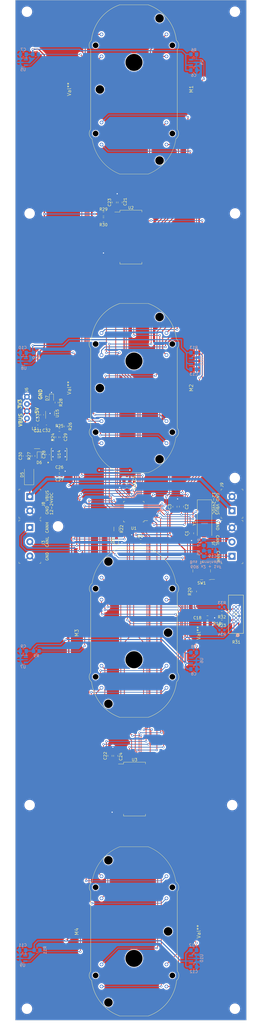
<source format=kicad_pcb>
(kicad_pcb (version 20221018) (generator pcbnew)
  (layers (0 "F.Cu" signal) (31 "B.Cu" signal) (34 "B.Paste" user) (35 "F.Paste" user) (36 "B.SilkS" user "B.Silkscreen") (37 "F.SilkS" user "F.Silkscreen") (38 "B.Mask" user) (39 "F.Mask" user) (44 "Edge.Cuts" user))
  (net 0 "")
  (net 1 "GND")
  (net 2 "Net-(U1-XTALIN)")
  (net 3 "Net-(U1-XTALOUT)")
  (net 4 "+3.3V")
  (net 5 "+5V")
  (net 6 "Net-(D5-A)")
  (net 7 "Net-(C19-Pad1)")
  (net 8 "Net-(U14-BOOT)")
  (net 9 "Net-(U14-SW)")
  (net 10 "Net-(U14-COMP)")
  (net 11 "/RESET")
  (net 12 "/A1")
  (net 13 "/A2")
  (net 14 "/A3")
  (net 15 "/A8")
  (net 16 "/A7")
  (net 17 "/A6")
  (net 18 "/A5")
  (net 19 "/B1")
  (net 20 "/B2")
  (net 21 "/B3")
  (net 22 "/B8")
  (net 23 "/B7")
  (net 24 "/B6")
  (net 25 "/B5")
  (net 26 "/C1")
  (net 27 "/C2")
  (net 28 "/C3")
  (net 29 "/C8")
  (net 30 "/CANH")
  (net 31 "/CANL")
  (net 32 "/C7")
  (net 33 "/C6")
  (net 34 "/C5")
  (net 35 "/D1")
  (net 36 "/D2")
  (net 37 "/D3")
  (net 38 "/D8")
  (net 39 "/D7")
  (net 40 "Net-(C29-Pad2)")
  (net 41 "Net-(D4-A)")
  (net 42 "/D6")
  (net 43 "Net-(D6-A)")
  (net 44 "Net-(D7-A)")
  (net 45 "Net-(J7-SWDIO{slash}TMS)")
  (net 46 "Net-(J7-SWDCLK{slash}TCK)")
  (net 48 "/SWDIO")
  (net 49 "/SWCLK ")
  (net 52 "/D5")
  (net 53 "Net-(J7-~{RESET})")
  (net 54 "Net-(U1-PIO3_0{slash}~{DTR})")
  (net 55 "/HAll A Hour - 1")
  (net 56 "/HAll A Min - 1 ")
  (net 57 "/HAll A Hour - 2")
  (net 58 "/HAll A Min - 2")
  (net 59 "/HAll B Min - 1")
  (net 60 "/HAll B Min - 2")
  (net 61 "/HAll B Hour - 2")
  (net 62 "/HAll B Hour - 1")
  (net 63 "/F(SCX)D - 2")
  (net 64 "/Driver Reset")
  (net 65 "/CW{slash}~{CCWC} - 2")
  (net 66 "/CW{slash}~{CCWA} - 1")
  (net 67 "/F(SCX)A - 1 ")
  (net 68 "/CW{slash}~{CCWB} - 1")
  (net 69 "/F(SCX)B - 1 ")
  (net 70 "/CW{slash}~{CCWC} - 1 ")
  (net 71 "/F(SCX)C - 1 ")
  (net 72 "/CW{slash}~{CCWD} - 1")
  (net 73 "/F(SCX)D - 1 ")
  (net 74 "/F(SCX)C - 2")
  (net 75 "/CW{slash}~{CCWA} - 2")
  (net 76 "/CW{slash}~{CCWD} - 2")
  (net 77 "/F(SCX)A - 2")
  (net 78 "/CW{slash}~{CCWB} - 2")
  (net 79 "/F(SCX)B - 2")
  (net 80 "VBUS")
  (net 81 "Net-(U14-FB)")
  (net 84 "/A4")
  (net 85 "/B4")
  (net 86 "/C4")
  (net 87 "/D4")
  (net 88 "Net-(R20-Pad2)")
  (footprint "digikey-footprints:Term_Block_1x2_P5mm" (layer "F.Cu") (at 208.28 199.938 -90)
    (fp_text reference "J8")
    (fp_text value "OSTTC020162")
  )
  (footprint "Resistor_SMD:R_0805_2012Metric_Pad1.20x1.40mm_HandSolder" (layer "F.Cu") (at 270.78 244.602 180)
    (fp_text reference "R18")
    (fp_text value "100k")
  )
  (footprint "Package_QFP:LQFP-48_7x7mm_P0.5mm" (layer "F.Cu") (at 244.856 205.232 180)
    (fp_text reference "U1")
    (fp_text value "LPC11C22_24-LQFP48")
  )
  (footprint "MountingHole:MountingHole_3.2mm_M3" (layer "F.Cu") (at 208.2 100.4 90)
    (fp_text reference "REF**" hide)
    (fp_text value "MountingHole_3.2mm_M3")
  )
  (footprint "Capacitor_SMD:C_0603_1608Metric" (layer "F.Cu") (at 212.598 171.196 -90)
    (fp_text reference "C33")
    (fp_text value "1uF")
  )
  (footprint "ClockLibrary:VID28-05" (layer "F.Cu") (at 244.92 352.792 90)
    (fp_text reference "M4")
    (fp_text value "Val**")
  )
  (footprint "MountingHole:MountingHole_3.2mm_M3" (layer "F.Cu") (at 280.48 100.4)
    (fp_text reference "REF**" hide)
    (fp_text value "MountingHole_3.2mm_M3")
  )
  (footprint "Capacitor_SMD:C_0603_1608Metric" (layer "F.Cu") (at 206.502 185.674 -90)
    (fp_text reference "C30")
    (fp_text value "22uF")
  )
  (footprint "LED_SMD:LED_0603_1608Metric" (layer "F.Cu") (at 215.9 165.354 -90)
    (fp_text reference "D7")
    (fp_text value "LED Low current")
  )
  (footprint "ClockLibrary:VID28-05" (layer "F.Cu") (at 244.92 161.792 -90)
    (fp_text reference "M2")
    (fp_text value "Val**")
  )
  (footprint "LED_SMD:LED_0603_1608Metric" (layer "F.Cu") (at 238.76 215.392 90)
    (fp_text reference "D4")
    (fp_text value "LED Low current")
  )
  (footprint "digikey-footprints:Term_Block_1x2_P5mm" (layer "F.Cu") (at 279.4 204.938 90)
    (fp_text reference "J9")
    (fp_text value "OSTTC020162")
  )
  (footprint "Resistor_SMD:R_0603_1608Metric" (layer "F.Cu") (at 217.932 179.057 -90)
    (fp_text reference "R24")
    (fp_text value "10k")
  )
  (footprint "MountingHole:MountingHole_3.2mm_M3" (layer "F.Cu") (at 208.2 308.4)
    (fp_text reference "REF**" hide)
    (fp_text value "MountingHole_3.2mm_M3")
  )
  (footprint "Diode_SMD:D_SMA" (layer "F.Cu") (at 208.026 192.278 90)
    (fp_text reference "D5")
    (fp_text value "B340")
  )
  (footprint "ClockLibrary:VID28-05" (layer "F.Cu") (at 244.92 56.792 -90)
    (fp_text reference "M1")
    (fp_text value "Val**")
  )
  (footprint "ClockLibrary:VID28-05" (layer "F.Cu") (at 244.92 247.792 90)
    (fp_text reference "M3")
    (fp_text value "Val**")
  )
  (footprint "Capacitor_SMD:C_0603_1608Metric" (layer "F.Cu") (at 211.074 175.26)
    (fp_text reference "C31")
    (fp_text value "22uF")
  )
  (footprint "Package_TO_SOT_SMD:SOT-23-5" (layer "F.Cu") (at 215.392 170.688 90)
    (fp_text reference "U15")
    (fp_text value "NCP718xSN330")
  )
  (footprint "Package_SO:SOIC-28W_7.5x18.7mm_P1.27mm" (layer "F.Cu") (at 243.84 108.712)
    (fp_text reference "U2")
    (fp_text value "VID6606")
  )
  (footprint "Resistor_SMD:R_0805_2012Metric_Pad1.20x1.40mm_HandSolder" (layer "F.Cu") (at 234.188 102.616)
    (fp_text reference "R30")
    (fp_text value "10k")
  )
  (footprint "Capacitor_SMD:C_0805_2012Metric_Pad1.18x1.45mm_HandSolder" (layer "F.Cu") (at 238.506 291.084 90)
    (fp_text reference "C24")
    (fp_text value "100nF")
  )
  (footprint "Capacitor_SMD:C_0603_1608Metric" (layer "F.Cu") (at 214.122 175.26 180)
    (fp_text reference "C32")
    (fp_text value "1uF")
  )
  (footprint "MountingHole:MountingHole_3.2mm_M3" (layer "F.Cu") (at 218.2 210.4)
    (fp_text reference "REF**" hide)
    (fp_text value "MountingHole_3.2mm_M3")
  )
  (footprint "MountingHole:MountingHole_3.2mm_M3" (layer "F.Cu") (at 280.416 29.464)
    (fp_text reference "REF**" hide)
    (fp_text value "MountingHole_3.2mm_M3")
  )
  (footprint "Resistor_SMD:R_0603_1608Metric" (layer "F.Cu") (at 218.694 176.517)
    (fp_text reference "R25")
    (fp_text value "430k")
  )
  (footprint "10 pin jtag:CONN_3220-10-0100-00_CNC" (layer "F.Cu") (at 281.432 243.84 90)
    (fp_text reference "J7")
    (fp_text value "Conn_ARM_JTAG_SWD_10")
  )
  (footprint "MountingHole:MountingHole_3.2mm_M3" (layer "F.Cu") (at 207.264 29.464)
    (fp_text reference "REF**" hide)
    (fp_text value "MountingHole_3.2mm_M3")
  )
  (footprint "Capacitor_SMD:C_0603_1608Metric" (layer "F.Cu") (at 219.456 179.057 90)
    (fp_text reference "C29")
    (fp_text value "6800pF")
  )
  (footprint "digikey-footprints:PinHeader_1x4_P2.54mm_Drill1.02mm" (layer "F.Cu") (at 207.264 164.846 -90)
    (fp_text reference "J6")
    (fp_text value "0022232041")
  )
  (footprint "Resistor_SMD:R_0805_2012Metric_Pad1.20x1.40mm_HandSolder" (layer "F.Cu") (at 234.188 100.584)
    (fp_text reference "R29")
    (fp_text value "10k")
  )
  (footprint "Capacitor_SMD:C_0805_2012Metric_Pad1.18x1.45mm_HandSolder" (layer "F.Cu") (at 242.443 196.088)
    (fp_text reference "C16")
    (fp_text value "100nF")
  )
  (footprint "Capacitor_SMD:C_0805_2012Metric_Pad1.18x1.45mm_HandSolder" (layer "F.Cu") (at 261.62 203.454 90)
    (fp_text reference "C2")
    (fp_text value "18pF")
  )
  (footprint "MountingHole:MountingHole_3.2mm_M3" (layer "F.Cu") (at 280.416 379.984)
    (fp_text reference "REF**" hide)
    (fp_text value "MountingHole_3.2mm_M3")
  )
  (footprint "MountingHole:MountingHole_3.2mm_M3" (layer "F.Cu") (at 207.264 379.984)
    (fp_text reference "REF**" hide)
    (fp_text value "MountingHole_3.2mm_M3")
  )
  (footprint "Capacitor_SMD:C_0805_2012Metric_Pad1.18x1.45mm_HandSolder" (layer "F.Cu") (at 236.474 291.084 90)
    (fp_text reference "C22")
    (fp_text value "100nF")
  )
  (footprint "Resistor_SMD:R_0603_1608Metric" (layer "F.Cu") (at 220.98 175.26 90)
    (fp_text reference "R26")
    (fp_text value "82k")
  )
  (footprint "Capacitor_SMD:C_0805_2012Metric_Pad1.18x1.45mm_HandSolder" (layer "F.Cu") (at 270.78 242.57 180)
    (fp_text reference "C18")
    (fp_text value "100nF")
  )
  (footprint "Resistor_SMD:R_1206_3216Metric_Pad1.30x1.75mm_HandSolder" (layer "F.Cu") (at 238.76 211.328 -90)
    (fp_text reference "R22")
    (fp_text value "750R")
  )
  (footprint "Capacitor_SMD:C_0805_2012Metric_Pad1.18x1.45mm_HandSolder" (layer "F.Cu") (at 240.03 96.52 90)
    (fp_text reference "C21")
    (fp_text value "100nF")
  )
  (footprint "MountingHole:MountingHole_3.2mm_M3" (layer "F.Cu") (at 279.48 308.4)
    (fp_text reference "REF**" hide)
    (fp_text value "MountingHole_3.2mm_M3")
  )
  (footprint "BD9E302EFJ-E2:HTSOP-J8_ROM" (layer "F.Cu") (at 218.567 185.039 90)
    (fp_text reference "U14")
    (fp_text value "BD9E302EFJ-E2")
  )
  (footprint "Capacitor_SMD:C_0805_2012Metric_Pad1.18x1.45mm_HandSolder" (layer "F.Cu") (at 242.443 194.056 180)
    (fp_text reference "C5")
    (fp_text value "100nF")
  )
  (footprint "NR6028T4R7M:IND_NR6028T4R7M" (layer "F.Cu") (at 210.82 180.086 180)
    (fp_text reference "L1")
    (fp_text value "4.7uH")
  )
  (footprint "Resistor_SMD:R_0603_1608Metric" (layer "F.Cu") (at 209.55 185.674 -90)
    (fp_text reference "R27")
    (fp_text value "1k6")
  )
  (footprint "Resistor_SMD:R_0603_1608Metric" (layer "F.Cu") (at 280.924 249.682 180)
    (fp_text reference "R31")
    (fp_text value "10k")
  )
  (footprint "Resistor_SMD:R_0603_1608Metric" (layer "F.Cu") (at 275.844 240.852 180)
    (fp_text reference "R32")
    (fp_text value "50R")
  )
  (footprint "Capacitor_SMD:C_0805_2012Metric_Pad1.18x1.45mm_HandSolder" (layer "F.Cu") (at 265.176 212.852 90)
    (fp_text reference "C1")
    (fp_text value "18pF")
  )
  (footprint "digikey-footprints:Switch_Tactile_SMD_6x6mm_PTS645" (layer "F.Cu") (at 268.732 226.06 180)
    (fp_text reference "SW1")
    (fp_text value "SW_SPST")
  )
  (footprint "Capacitor_SMD:C_0805_2012Metric_Pad1.18x1.45mm_HandSolder" (layer "F.Cu") (at 247.25 215.75)
    (fp_text reference "C4")
    (fp_text value "100nF")
  )
  (footprint "Capacitor_SMD:C_0603_1608Metric" (layer "F.Cu") (at 218.681 191.038)
    (fp_text reference "C26")
    (fp_text value "10uF")
  )
  (footprint "Capacitor_SMD:C_0603_1608Metric" (layer "F.Cu") (at 218.681 192.532)
    (fp_text reference "C27")
    (fp_text value "0.1uF")
  )
  (footprint "digikey-footprints:Term_Block_1x3_P5mm" (layer "F.Cu") (at 279.4 220.9 90)
    (fp_text reference "J5")
    (fp_text value "OSTTC030162")
  )
  (footprint "Crystal:Crystal_SMD_HC49-SD" (layer "F.Cu") (at 269.748 207.772 -90)
    (fp_text reference "Y1")
    (fp_text value "12MHz/12pF")
  )
  (footprint "MountingHole:MountingHole_3.2mm_M3" (layer "F.Cu") (at 280.4 193.4)
    (fp_text reference "REF**" hide)
    (fp_text value "MountingHole_3.2mm_M3")
  )
  (footprint "Resistor_SMD:R_0603_1608Metric" (layer "F.Cu") (at 217.678 166.878 90)
    (fp_text reference "R28")
    (fp_text value "750R")
  )
  (footprint "Capacitor_SMD:C_0805_2012Metric_Pad1.18x1.45mm_HandSolder" (layer "F.Cu") (at 259.334 203.5 90)
    (fp_text reference "C3")
    (fp_text value "100nF")
  )
  (footprint "Package_SO:SOIC-28W_7.5x18.7mm_P1.27mm" (layer "F.Cu") (at 245.11 302.768)
    (fp_text reference "U3")
    (fp_text value "VID6606")
  )
  (footprint "Capacitor_SMD:C_0805_2012Metric_Pad1.18x1.45mm_HandSolder" (layer "F.Cu") (at 237.998 96.52 90)
    (fp_text reference "C23")
    (fp_text value "100nF")
  )
  (footprint "Resistor_SMD:R_0805_2012Metric_Pad1.20x1.40mm_HandSolder" (layer "F.Cu") (at 266.192 233.299 90)
    (fp_text reference "R20")
    (fp_text value "100R")
  )
  (footprint "digikey-footprints:Term_Block_1x3_P5mm" (layer "F.Cu") (at 208.28 210.82 -90)
    (fp_text reference "J3")
    (fp_text value "OSTTC030162")
  )
  (footprint "Resistor_SMD:R_0603_1608Metric" (layer "F.Cu") (at 275.844 243.84 180)
    (fp_text reference "R23")
    (fp_text value "10k")
  )
  (footprint "Capacitor_SMD:C_0603_1608Metric" (layer "F.Cu") (at 214.63 185.166 90)
    (fp_text reference "C28")
    (fp_text value "0.1uF")
  )
  (footprint "LED_SMD:LED_0603_1608Metric" (layer "F.Cu") (at 211.582 185.674 -90)
    (fp_text reference "D6")
    (fp_text value "LED Low current")
  )
  (footprint "Package_TO_SOT_SMD:SOT-23" (layer "B.Cu") (at 205.74 362.292 180)
    (fp_text reference "U9")
    (fp_text value "DRV5033AJxDBZ")
  )
  (footprint "Capacitor_SMD:C_0805_2012Metric_Pad1.18x1.45mm_HandSolder" (layer "B.Cu") (at 205.994 149.352 180)
    (fp_text reference "C10")
    (fp_text value "0.01uF")
  )
  (footprint "Capacitor_SMD:C_0805_2012Metric_Pad1.18x1.45mm_HandSolder" (layer "B.Cu") (at 265.938 155.194)
    (fp_text reference "C13")
    (fp_text value "0.01uF")
  )
  (footprint "Resistor_SMD:R_0805_2012Metric_Pad1.20x1.40mm_HandSolder" (layer "B.Cu") (at 265.938 149.352)
    (fp_text reference "R13")
    (fp_text value "10k")
  )
  (footprint "Resistor_SMD:R_0603_1608Metric" (layer "B.Cu") (at 275.844 238.76 180)
    (fp_text reference "R33")
    (fp_text value "50R")
  )
  (footprint "Resistor_SMD:R_0805_2012Metric_Pad1.20x1.40mm_HandSolder" (layer "B.Cu") (at 269.494 216.1032 -90)
    (fp_text reference "R17")
    (fp_text value "60R")
  )
  (footprint "Package_TO_SOT_SMD:SOT-23" (layer "B.Cu") (at 265.92 362.292)
    (fp_text reference "U10")
    (fp_text value "DRV5033AJxDBZ")
  )
  (footprint "Package_TO_SOT_SMD:SOT-23" (layer "B.Cu") (at 265.92 257.556)
    (fp_text reference "U6")
    (fp_text value "DRV5033AJxDBZ")
  )
  (footprint "Package_TO_SOT_SMD:SOT-23" (layer "B.Cu") (at 205.92 47.292 180)
    (fp_text reference "U5")
    (fp_text value "DRV5033AJxDBZ")
  )
  (footprint "Resistor_SMD:R_0603_1608Metric" (layer "B.Cu") (at 275.844 246.888 180)
    (fp_text reference "R34")
    (fp_text value "50R")
  )
  (footprint "Capacitor_SMD:C_0805_2012Metric_Pad1.18x1.45mm_HandSolder" (layer "B.Cu") (at 272.542 219.202)
    (fp_text reference "C19")
    (fp_text value "1nF")
  )
  (footprint "Package_TO_SOT_SMD:SOT-23" (layer "B.Cu") (at 205.92 257.292 180)
    (fp_text reference "U7")
    (fp_text value "DRV5033AJxDBZ")
  )
  (footprint "Resistor_SMD:R_0805_2012Metric_Pad1.20x1.40mm_HandSolder" (layer "B.Cu") (at 265.938 44.45)
    (fp_text reference "R6")
    (fp_text value "10k")
  )
  (footprint "Capacitor_SMD:C_0805_2012Metric_Pad1.18x1.45mm_HandSolder" (layer "B.Cu") (at 205.74 359.41 180)
    (fp_text reference "C11")
    (fp_text value "0.01uF")
  )
  (footprint "Package_TO_SOT_SMD:SOT-23" (layer "B.Cu") (at 265.92 47.292)
    (fp_text reference "U4")
    (fp_text value "DRV5033AJxDBZ")
  )
  (footprint "Resistor_SMD:R_0805_2012Metric_Pad1.20x1.40mm_HandSolder" (layer "B.Cu") (at 210.82 359.41)
    (fp_text reference "R11")
    (fp_text value "10k")
  )
  (footprint "Capacitor_SMD:C_0805_2012Metric_Pad1.18x1.45mm_HandSolder" (layer "B.Cu") (at 265.938 365.252)
    (fp_text reference "C12")
    (fp_text value "0.01uF")
  )
  (footprint "Package_TO_SOT_SMD:SOT-23" (layer "B.Cu") (at 205.92 152.292 180)
    (fp_text reference "U8")
    (fp_text value "DRV5033AJxDBZ")
  )
  (footprint "Resistor_SMD:R_0805_2012Metric_Pad1.20x1.40mm_HandSolder" (layer "B.Cu") (at 269.494 219.964 90)
    (fp_text reference "R5")
    (fp_text value "60R")
  )
  (footprint "Capacitor_SMD:C_0805_2012Metric_Pad1.18x1.45mm_HandSolder" (layer "B.Cu") (at 205.994 254.254 180)
    (fp_text reference "C9")
    (fp_text value "0.01uF")
  )
  (footprint "Resistor_SMD:R_0805_2012Metric_Pad1.20x1.40mm_HandSolder" (layer "B.Cu") (at 265.938 359.41)
    (fp_text reference "R12")
    (fp_text value "10k")
  )
  (footprint "Package_TO_SOT_SMD:SOT-23" (layer "B.Cu") (at 265.92 152.292)
    (fp_text reference "U11")
    (fp_text value "DRV5033AJxDBZ")
  )
  (footprint "Capacitor_SMD:C_0805_2012Metric_Pad1.18x1.45mm_HandSolder" (layer "B.Cu") (at 265.938 50.038)
    (fp_text reference "C6")
    (fp_text value "0.01uF")
  )
  (footprint "Resistor_SMD:R_0805_2012Metric_Pad1.20x1.40mm_HandSolder" (layer "B.Cu") (at 210.312 44.45)
    (fp_text reference "R7")
    (fp_text value "10k")
  )
  (footprint "Resistor_SMD:R_0805_2012Metric_Pad1.20x1.40mm_HandSolder" (layer "B.Cu") (at 210.566 149.352)
    (fp_text reference "R10")
    (fp_text value "10k")
  )
  (footprint "Capacitor_SMD:C_0805_2012Metric_Pad1.18x1.45mm_HandSolder" (layer "B.Cu") (at 265.938 260.604)
    (fp_text reference "C8")
    (fp_text value "0.01uF")
  )
  (footprint "Resistor_SMD:R_0805_2012Metric_Pad1.20x1.40mm_HandSolder" (layer "B.Cu") (at 265.938 254.762)
    (fp_text reference "R8")
    (fp_text value "10k")
  )
  (footprint "Capacitor_SMD:C_0805_2012Metric_Pad1.18x1.45mm_HandSolder" (layer "B.Cu") (at 205.994 44.45 180)
    (fp_text reference "C7")
    (fp_text value "0.01uF")
  )
  (footprint "Resistor_SMD:R_0805_2012Metric_Pad1.20x1.40mm_HandSolder" (layer "B.Cu") (at 210.566 254.254)
    (fp_text reference "R9")
    (fp_text value "10k")
  )
  (gr_line (start 284.48 384.048) (end 284.48 25.4) (stroke (width 0.1)) (layer "Edge.Cuts"))
  (gr_line (start 203.2 384.048) (end 284.48 384.048) (stroke (width 0.1)) (layer "Edge.Cuts"))
  (gr_line (start 203.2 25.4) (end 203.2 384.048) (stroke (width 0.1)) (layer "Edge.Cuts"))
  (gr_line (start 284.48 25.4) (end 203.2 25.4) (stroke (width 0.1)) (layer "Edge.Cuts"))
  (gr_text "60R x2 + 1nF\nBus Terminator" (at 270.256 223.774 180) (layer "B.SilkS") (effects (font (size 1 1)) (justify mirror)))
  (gr_text "CANH" (at 214.376 210.82 90) (layer "F.SilkS") (effects (font (size 1 1))))
  (gr_text "CANH" (at 274.574 220.98 270) (layer "F.SilkS") (effects (font (size 1 1))))
  (gr_text "GND" (at 274.32 200.152 270) (layer "F.SilkS") (effects (font (size 1 1))))
  (gr_text "VBUS" (at 205 173 90) (layer "F.SilkS") (effects (font (size 1.2 1.2) (thickness 0.25))))
  (gr_text "GND" (at 274.32 210.312 270) (layer "F.SilkS") (effects (font (size 1 1))))
  (gr_text "VBUS" (at 274.32 204.47 270) (layer "F.SilkS") (effects (font (size 1 1))))
  (gr_text "VBUS" (at 214.376 199.644 90) (layer "F.SilkS") (effects (font (size 1 1))))
  (gr_text "CANL\n" (at 274.32 215.265 270) (layer "F.SilkS") (effects (font (size 1 1))))
  (gr_text "12-24VDC" (at 273.05 202.3364 270) (layer "F.SilkS") (effects (font (size 1 1))))
  (gr_text "3V3" (at 204.7748 167.386 90) (layer "F.SilkS") (effects (font (size 1.2 1.2) (thickness 0.25))))
  (gr_text "CANL\n" (at 214.376 215.9 90) (layer "F.SilkS") (effects (font (size 1 1))))
  (gr_text "12-24VDC" (at 215.9 202.438 90) (layer "F.SilkS") (effects (font (size 1 1))))
  (gr_text "GND" (at 212 164 90) (layer "F.SilkS") (effects (font (size 1.2 1.2) (thickness 0.25))))
  (gr_text "GND" (at 214.376 204.724 90) (layer "F.SilkS") (effects (font (size 1 1))))
  (gr_text "5V" (at 210.82 169.672 90) (layer "F.SilkS") (effects (font (size 1.2 1.2) (thickness 0.25))))
  (gr_text "GND" (at 214.376 220.98 90) (layer "F.SilkS") (effects (font (size 1 1))))
  (segment (start 213.36 175.26) (end 214.376 176.276) (width 0.4064) (layer "F.Cu") (net 1))
  (segment (start 239.8776 196.6722) (end 239.8776 196.723) (width 0.2) (layer "F.Cu") (net 1))
  (segment (start 212.598 171.971) (end 211.060992 171.971) (width 0.4064) (layer "F.Cu") (net 1))
  (segment (start 219.456 191.038) (end 219.456 192.532) (width 0.4064) (layer "F.Cu") (net 1))
  (segment (start 265.176 213.8895) (end 265.176 215.392) (width 0.4064) (layer "F.Cu") (net 1))
  (segment (start 240.03 95.4825) (end 240.03 94.488) (width 0.4064) (layer "F.Cu") (net 1))
  (segment (start 220.472 190.767) (end 220.713 191.008) (width 0.4064) (layer "F.Cu") (net 1))
  (segment (start 211.060992 171.971) (end 210.819992 172.212) (width 0.4064) (layer "F.Cu") (net 1))
  (segment (start 208.013 186.449) (end 208.026 186.436) (width 0.4064) (layer "F.Cu") (net 1))
  (segment (start 248.2875 215.75) (end 248.2875 214.7875) (width 0.4064) (layer "F.Cu") (net 1))
  (segment (start 217.297 185.039) (end 216.408 185.928) (width 0.4064) (layer "F.Cu") (net 1))
  (segment (start 244.106 213.348) (end 244.094 213.36) (width 0.2) (layer "F.Cu") (net 1))
  (segment (start 217.932 179.882) (end 216.358 179.882) (width 0.4064) (layer "F.Cu") (net 1))
  (segment (start 243.106 201.0695) (end 243.606 201.0695) (width 0.2) (layer "F.Cu") (net 1))
  (segment (start 213.347 175.26) (end 211.849 175.26) (width 0.4064) (layer "F.Cu") (net 1))
  (segment (start 236.474 290.0465) (end 236.474 289.052) (width 0.4064) (layer "F.Cu") (net 1))
  (segment (start 239.04 114.427) (end 234.315 114.427) (width 0.4064) (layer "F.Cu") (net 1))
  (segment (start 240.03 94.488) (end 239.014 93.472) (width 0.4064) (layer "F.Cu") (net 1))
  (segment (start 240.4618 196.088) (end 239.8776 196.6722) (width 0.2) (layer "F.Cu") (net 1))
  (segment (start 241.4055 196.088) (end 240.4618 196.088) (width 0.2) (layer "F.Cu") (net 1))
  (segment (start 238.76 216.1795) (end 240.6395 216.1795) (width 0.4064) (layer "F.Cu") (net 1))
  (segment (start 215.392 171.8255) (end 215.392 170.688002) (width 0.4064) (layer "F.Cu") (net 1))
  (segment (start 248.2875 214.7875) (end 247.75 214.25) (width 0.4064) (layer "F.Cu") (net 1))
  (segment (start 243.106 201.0695) (end 243.106 199.9514) (width 0.2) (layer "F.Cu") (net 1))
  (segment (start 238.506 289.052) (end 237.49 288.036) (width 0.4064) (layer "F.Cu") (net 1))
  (segment (start 215.9 164.5665) (end 215.9 163.322) (width 0.4064) (layer "F.Cu") (net 1))
  (segment (start 218.567 185.039) (end 217.551 185.039) (width 0.4064) (layer "F.Cu") (net 1))
  (segment (start 218.567 185.039) (end 217.297 185.039) (width 0.4064) (layer "F.Cu") (net 1))
  (segment (start 273.304 242.57) (end 273.749 242.57) (width 0.4064) (layer "F.Cu") (net 1))
  (segment (start 259.334 201.666) (end 260.25 200.75) (width 0.4064) (layer "F.Cu") (net 1))
  (segment (start 261.62 202.12) (end 260.25 200.75) (width 0.4064) (layer "F.Cu") (net 1))
  (segment (start 237.998 95.4825) (end 237.998 94.488) (width 0.4064) (layer "F.Cu") (net 1))
  (segment (start 261.62 202.4165) (end 261.62 202.12) (width 0.4064) (layer "F.Cu") (net 1))
  (segment (start 219.583 185.039) (end 220.726 183.896) (width 0.4064) (layer "F.Cu") (net 1))
  (segment (start 219.456 191.038) (end 220.683 191.038) (width 0.4064) (layer "F.Cu") (net 1))
  (segment (start 211.6075 184.912) (end 211.582 184.8865) (width 0.4064) (layer "F.Cu") (net 1))
  (segment (start 216.781946 176.276) (end 217.797946 175.26) (width 0.4064) (layer "F.Cu") (net 1))
  (segment (start 217.932 182.372) (end 217.932 179.882) (width 0.4064) (layer "F.Cu") (net 1))
  (segment (start 249.0185 205.982) (end 249.0305 205.994) (width 0.2) (layer "F.Cu") (net 1))
  (segment (start 218.567 185.039) (end 219.837 185.039) (width 0.4064) (layer "F.Cu") (net 1))
  (segment (start 240.6395 216.1795) (end 240.665 216.154) (width 0.4064) (layer "F.Cu") (net 1))
  (segment (start 216.358 179.882) (end 216.154 180.086) (width 0.4064) (layer "F.Cu") (net 1))
  (segment (start 272.707 223.81) (end 264.757 223.81) (width 0.4064) (layer "F.Cu") (net 1))
  (segment (start 213.347 175.26) (end 213.36 175.26) (width 0.4064) (layer "F.Cu") (net 1))
  (segment (start 239.649 308.483) (end 237.236 310.896) (width 0.4064) (layer "F.Cu") (net 1))
  (segment (start 249.0305 205.994) (end 252.984 205.994) (width 0.2) (layer "F.Cu") (net 1))
  (segment (start 212.852 184.912) (end 211.6075 184.912) (width 0.4064) (layer "F.Cu") (net 1))
  (segment (start 271.8175 242.57) (end 273.05 242.57) (width 0.4064) (layer "F.Cu") (net 1))
  (segment (start 240.31 308.483) (end 239.649 308.483) (width 0.4064) (layer "F.Cu") (net 1))
  (segment (start 220.683 191.038) (end 220.713 191.008) (width 0.4064) (layer "F.Cu") (net 1))
  (segment (start 219.837 185.039) (end 220.726 185.928) (width 0.4064) (layer "F.Cu") (net 1))
  (segment (start 206.502 186.449) (end 208.013 186.449) (width 0.4064) (layer "F.Cu") (net 1))
  (segment (start 237.998 94.488) (end 239.014 93.472) (width 0.4064) (layer "F.Cu") (net 1))
  (segment (start 218.567 185.039) (end 219.583 185.039) (width 0.4064) (layer "F.Cu") (net 1))
  (segment (start 236.474 289.052) (end 237.49 288.036) (width 0.4064) (layer "F.Cu") (net 1))
  (segment (start 259.334 202.4625) (end 259.334 201.666) (width 0.4064) (layer "F.Cu") (net 1))
  (segment (start 214.376 176.276) (end 216.781946 176.276) (width 0.4064) (layer "F.Cu") (net 1))
  (segment (start 264.757 215.811) (end 265.176 215.392) (width 0.4064) (layer "F.Cu") (net 1))
  (segment (start 220.98 174.435) (end 220.155 175.26) (width 0.4064) (layer "F.Cu") (net 1))
  (segment (start 220.472 187.706) (end 220.472 190.767) (width 0.4064) (layer "F.Cu") (net 1))
  (segment (start 220.155 175.26) (end 217.932002 175.26) (width 0.4064) (layer "F.Cu") (net 1))
  (segment (start 243.106 199.9514) (end 239.8776 196.723) (width 0.2) (layer "F.Cu") (net 1))
  (segment (start 217.551 185.039) (end 216.408 183.896) (width 0.4064) (layer "F.Cu") (net 1))
  (segment (start 244.106 209.3945) (end 244.106 213.348) (width 0.2) (layer "F.Cu") (net 1))
  (segment (start 238.506 290.0465) (end 238.506 289.052) (width 0.4064) (layer "F.Cu") (net 1))
  (segment (start 217.797946 175.26) (end 217.932002 175.26) (width 0.4064) (layer "F.Cu") (net 1))
  (segment (start 264.757 223.81) (end 264.757 215.811) (width 0.4064) (layer "F.Cu") (net 1))
  (segment (start 241.4055 196.088) (end 241.4055 194.056) (width 0.2) (layer "F.Cu") (net 1))
  (segment (start 234.315 114.427) (end 234.188 114.3) (width 0.4064) (layer "F.Cu") (net 1))
  (segment (start 273.749 242.57) (end 275.019 243.84) (width 0.4064) (layer "F.Cu") (net 1))
  (via (at 220.726 183.896) (size 0.8) (drill 0.4) (layers "F.Cu" "B.Cu") (net 1))
  (via (at 237.236 310.896) (size 0.8) (drill 0.4) (layers "F.Cu" "B.Cu") (net 1))
  (via (at 239.8776 196.723) (size 0.8) (drill 0.4) (layers "F.Cu" "B.Cu") (net 1))
  (via (at 208.026 186.436) (size 0.8) (drill 0.4) (layers "F.Cu" "B.Cu") (net 1))
  (via (at 216.408 183.896) (size 0.8) (drill 0.4) (layers "F.Cu" "B.Cu") (net 1))
  (via (at 247.75 214.25) (size 0.8) (drill 0.4) (layers "F.Cu" "B.Cu") (net 1))
  (via (at 234.188 114.3) (size 0.8) (drill 0.4) (layers "F.Cu" "B.Cu") (net 1))
  (via (at 212.852 184.912) (size 0.8) (drill 0.4) (layers "F.Cu" "B.Cu") (net 1))
  (via (at 244.094 213.36) (size 0.8) (drill 0.4) (layers "F.Cu" "B.Cu") (net 1))
  (via (at 215.9 163.322) (size 0.8) (drill 0.4) (layers "F.Cu" "B.Cu") (net 1))
  (via (at 216.154 180.086) (size 0.8) (drill 0.4) (layers "F.Cu" "B.Cu") (net 1))
  (via (at 217.932002 175.26) (size 0.8) (drill 0.4) (layers "F.Cu" "B.Cu") (net 1))
  (via (at 210.819992 172.212) (size 0.8) (drill 0.4) (layers "F.Cu" "B.Cu") (net 1))
  (via (at 239.014 93.472) (size 0.8) (drill 0.4) (layers "F.Cu" "B.Cu") (net 1))
  (via (at 273.304 242.57) (size 0.8) (drill 0.4) (layers "F.Cu" "B.Cu") (net 1))
  (via (at 240.665 216.154) (size 0.8) (drill 0.4) (layers "F.Cu" "B.Cu") (net 1))
  (via (at 220.726 185.928) (size 0.8) (drill 0.4) (layers "F.Cu" "B.Cu") (net 1))
  (via (at 220.713 191.008) (size 0.8) (drill 0.4) (layers "F.Cu" "B.Cu") (net 1))
  (via (at 237.49 288.036) (size 0.8) (drill 0.4) (layers "F.Cu" "B.Cu") (net 1))
  (via (at 252.984 205.994) (size 0.8) (drill 0.4) (layers "F.Cu" "B.Cu") (net 1))
  (via (at 260.25 200.75) (size 0.8) (drill 0.4) (layers "F.Cu" "B.Cu") (net 1))
  (via (at 265.176 215.392) (size 0.8) (drill 0.4) (layers "F.Cu" "B.Cu") (net 1))
  (via (at 216.408 185.928) (size 0.8) (drill 0.4) (layers "F.Cu" "B.Cu") (net 1))
  (via (at 215.392 170.688002) (size 0.8) (drill 0.4) (layers "F.Cu" "B.Cu") (net 1))
  (segment (start 269.748 212.022) (end 265.3835 212.022) (width 0.25) (layer "F.Cu") (net 2))
  (segment (start 265.176 211.8145) (end 264.668 211.3065) (width 0.25) (layer "F.Cu") (net 2))
  (segment (start 253.575608 205.2695) (end 253.899867 205.593759) (width 0.25) (layer "F.Cu") (net 2))
  (segment (start 252.217402 205.482) (end 252.429902 205.2695) (width 0.25) (layer "F.Cu") (net 2))
  (segment (start 249.0185 205.482) (end 252.217402 205.482) (width 0.25) (layer "F.Cu") (net 2))
  (segment (start 265.3835 212.022) (end 265.176 211.8145) (width 0.25) (layer "F.Cu") (net 2))
  (segment (start 252.429902 205.2695) (end 253.575608 205.2695) (width 0.25) (layer "F.Cu") (net 2))
  (segment (start 264.668 211.3065) (end 264.668 207.01) (width 0.25) (layer "F.Cu") (net 2))
  (via (at 253.899867 205.593759) (size 0.8) (drill 0.4) (layers "F.Cu" "B.Cu") (net 2))
  (via (at 264.668 207.01) (size 0.8) (drill 0.4) (layers "F.Cu" "B.Cu") (net 2))
  (segment (start 255.316108 207.01) (end 264.668 207.01) (width 0.25) (layer "B.Cu") (net 2))
  (segment (start 253.899867 205.593759) (end 255.316108 207.01) (width 0.25) (layer "B.Cu") (net 2))
  (segment (start 249.0185 204.982) (end 252.081712 204.982) (width 0.25) (layer "F.Cu") (net 3))
  (segment (start 252.194453 204.869259) (end 254.199965 204.869259) (width 0.25) (layer "F.Cu") (net 3))
  (segment (start 261.62 204.4915) (end 261.62 206.248) (width 0.25) (layer "F.Cu") (net 3))
  (segment (start 254.199965 204.869259) (end 255.578706 206.248) (width 0.25) (layer "F.Cu") (net 3))
  (segment (start 255.578706 206.248) (end 256.032 206.248) (width 0.25) (layer "F.Cu") (net 3))
  (segment (start 252.081712 204.982) (end 252.194453 204.869259) (width 0.25) (layer "F.Cu") (net 3))
  (segment (start 268.41 203.522) (end 266.7 205.232) (width 0.25) (layer "F.Cu") (net 3))
  (segment (start 269.748 203.522) (end 268.41 203.522) (width 0.25) (layer "F.Cu") (net 3))
  (via (at 266.7 205.232) (size 0.8) (drill 0.4) (layers "F.Cu" "B.Cu") (net 3))
  (via (at 256.032 206.248) (size 0.8) (drill 0.4) (layers "F.Cu" "B.Cu") (net 3))
  (via (at 261.62 206.248) (size 0.8) (drill 0.4) (layers "F.Cu" "B.Cu") (net 3))
  (segment (start 265.684 206.248) (end 261.62 206.248) (width 0.25) (layer "B.Cu") (net 3))
  (segment (start 266.7 205.232) (end 265.684 206.248) (width 0.25) (layer "B.Cu") (net 3))
  (segment (start 256.032 206.248) (end 261.62 206.248) (width 0.25) (layer "B.Cu") (net 3))
  (segment (start 245.606 209.3945) (end 245.606 213.398117) (width 0.2) (layer "F.Cu") (net 4))
  (segment (start 212.598 169.5505) (end 212.3495 169.5505) (width 0.4064) (layer "F.Cu") (net 4))
  (segment (start 222.9918 196.088) (end 222.9918 214.317503) (width 0.4064) (layer "F.Cu") (net 4))
  (segment (start 211.074 168.275) (end 211.074 149.606) (width 0.4064) (layer "F.Cu") (net 4))
  (segment (start 213.36 147.32) (end 213.36 146.812) (width 0.4064) (layer "F.Cu") (net 4))
  (segment (start 216.2895 167.703) (end 217.678 167.703) (width 0.4064) (layer "F.Cu") (net 4))
  (segment (start 245.606 196.584) (end 245.11 196.088) (width 0.2) (layer "F.Cu") (net 4))
  (segment (start 281.749 244.157) (end 281.432 243.84) (width 0.4064) (layer "F.Cu") (net 4))
  (segment (start 223.012 247.65) (end 221.996 248.666) (width 0.4064) (layer "F.Cu") (net 4))
  (segment (start 212.09 169.291) (end 211.074 168.275) (width 0.4064) (layer "F.Cu") (net 4))
  (segment (start 224.028 195.0518) (end 222.9918 196.088) (width 0.4064) (layer "F.Cu") (net 4))
  (segment (start 214.442 169.5505) (end 216.2895 167.703) (width 0.4064) (layer "F.Cu") (net 4))
  (segment (start 245.618 213.410117) (end 246.25 214.042117) (width 0.2) (layer "F.Cu") (net 4))
  (segment (start 246.25 215.7125) (end 246.2125 215.75) (width 0.2) (layer "F.Cu") (net 4))
  (segment (start 213.36 44.704) (end 211.328 42.672) (width 0.4064) (layer "F.Cu") (net 4))
  (segment (start 217.678 167.703) (end 220.281 167.703) (width 0.4064) (layer "F.Cu") (net 4))
  (segment (start 245.606 201.0695) (end 245.606 196.584) (width 0.2) (layer "F.Cu") (net 4))
  (segment (start 221.996 355.092) (end 220.98 356.108) (width 0.4064) (layer "F.Cu") (net 4))
  (segment (start 222.758 214.551303) (end 222.758 215.216697) (width 0.4064) (layer "F.Cu") (net 4))
  (segment (start 211.328 42.672) (end 209.296 42.672) (width 0.4064) (layer "F.Cu") (net 4))
  (segment (start 221.996 248.666) (end 221.996 355.092) (width 0.4064) (layer "F.Cu") (net 4))
  (segment (start 262.89 258.318) (end 262.89 236.220012) (width 0.4064) (layer "F.Cu") (net 4))
  (segment (start 249.0185 204.482) (end 249.055742 204.444758) (width 0.2) (layer "F.Cu") (net 4))
  (segment (start 249.055742 204.444758) (end 254.3758 204.444758) (width 0.2) (layer "F.Cu") (net 4))
  (segment (start 220.98 250.19) (end 221.996 249.174) (width 0.4064) (layer "F.Cu") (net 4))
  (segment (start 259.1475 204.724) (end 259.334 204.5375) (width 0.2) (layer "F.Cu") (net 4))
  (segment (start 214.442 169.5505) (end 212.598 169.5505) (width 0.4064) (layer "F.Cu") (net 4))
  (segment (start 207.264 167.386) (end 210.185 167.386) (width 0.4064) (layer "F.Cu") (net 4))
  (segment (start 245.606 213.398117) (end 245.618 213.410117) (width 0.2) (layer "F.Cu") (net 4))
  (segment (start 211.074 149.606) (end 213.36 147.32) (width 0.4064) (layer "F.Cu") (net 4))
  (segment (start 257.556 206.3155) (end 259.334 204.5375) (width 0.4064) (layer "F.Cu") (net 4))
  (segment (start 263.144 258.572) (end 262.89 258.318) (width 0.4064) (layer "F.Cu") (net 4))
  (segment (start 213.36 146.812) (end 213.36 44.704) (width 0.4064) (layer "F.Cu") (net 4))
  (segment (start 209.296 146.812) (end 213.36 146.812) (width 0.4064) (layer "F.Cu") (net 4))
  (segment (start 262.890004 236.220008) (end 262.890004 218.694004) (width 0.4064) (layer "F.Cu") (net 4))
  (segment (start 212.3495 169.5505) (end 212.09 169.291) (width 0.4064) (layer "F.Cu") (net 4))
  (segment (start 222.758 215.216697) (end 223.012 215.470697) (width 0.4064) (layer "F.Cu") (net 4))
  (segment (start 210.185 167.386) (end 212.09 169.291) (width 0.4064) (layer "F.Cu") (net 4))
  (segment (start 222.9918 214.317503) (end 222.758 214.551303) (width 0.4064) (layer "F.Cu") (net 4))
  (segment (start 224.028 171.45) (end 224.028 195.0518) (width 0.4064) (layer "F.Cu") (net 4))
  (segment (start 221.996 196.088) (end 222.9918 196.088) (width 0.4064) (layer "F.Cu") (net 4))
  (segment (start 223.012 215.470697) (end 223.012 247.65) (width 0.4064) (layer "F.Cu") (net 4))
  (segment (start 231.14 100.584) (end 233.188 100.584) (width 0.4064) (layer "F.Cu") (net 4))
  (segment (start 233.188 102.616) (end 233.188 100.584) (width 0.4064) (layer "F.Cu") (net 4))
  (segment (start 243.4805 196.088) (end 245.11 196.088) (width 0.4064) (layer "F.Cu") (net 4))
  (segment (start 212.598 170.421) (end 212.598 169.5505) (width 0.4064) (layer "F.Cu") (net 4))
  (segment (start 262.890004 218.694004) (end 257.556 213.36) (width 0.4064) (layer "F.Cu") (net 4))
  (segment (start 262.89 236.220012) (end 262.890004 236.220008) (width 0.4064) (layer "F.Cu") (net 4))
  (segment (start 220.281 167.703) (end 224.028 171.45) (width 0.4064) (layer "F.Cu") (net 4))
  (segment (start 221.996 249.174) (end 221.996 248.666) (width 0.4064) (layer "F.Cu") (net 4))
  (segment (start 254.655042 204.724) (end 259.1475 204.724) (width 0.2) (layer "F.Cu") (net 4))
  (segment (start 281.749 249.682) (end 281.749 244.157) (width 0.4064) (layer "F.Cu") (net 4))
  (segment (start 246.25 214.042117) (end 246.25 215.7125) (width 0.2) (layer "F.Cu") (net 4))
  (segment (start 254.3758 204.444758) (end 254.655042 204.724) (width 0.2) (layer "F.Cu") (net 4))
  (segment (start 257.556 206.3155) (end 257.556 213.36) (width 0.4064) (layer "F.Cu") (net 4))
  (via (at 209.296 146.812) (size 0.8) (drill 0.4) (layers "F.Cu" "B.Cu") (net 4))
  (via (at 245.11 196.088) (size 0.8) (drill 0.4) (layers "F.Cu" "B.Cu") (net 4))
  (via (at 231.14 100.584) (size 0.8) (drill 0.4) (layers "F.Cu" "B.Cu") (net 4))
  (via (at 245.618 213.410117) (size 0.8) (drill 0.4) (layers "F.Cu" "B.Cu") (net 4))
  (via (at 209.296 42.672) (size 0.8) (drill 0.4) (layers "F.Cu" "B.Cu") (net 4))
  (via (at 257.556 213.36) (size 0.8) (drill 0.4) (layers "F.Cu" "B.Cu") (net 4))
  (via (at 263.144 258.572) (size 0.8) (drill 0.4) (layers "F.Cu" "B.Cu") (net 4))
  (via (at 220.98 356.108) (size 0.8) (drill 0.4) (layers "F.Cu" "B.Cu") (net 4))
  (via (at 221.996 196.088) (size 0.8) (drill 0.4) (layers "F.Cu" "B.Cu") (net 4))
  (via (at 213.36 100.584) (size 0.8) (drill 0.4) (layers "F.Cu" "B.Cu") (net 4))
  (via (at 220.98 250.19) (size 0.8) (drill 0.4) (layers "F.Cu" "B.Cu") (net 4))
  (via (at 262.89 249.428) (size 0.8) (drill 0.4) (layers "F.Cu" "B.Cu") (net 4))
  (segment (start 243.9924 194.9704) (end 223.1136 194.9704) (width 0.4064) (layer "B.Cu") (net 4))
  (segment (start 276.4282 249.428) (end 281.432 244.4242) (width 0.4064) (layer "B.Cu") (net 4))
  (segment (start 209.296 146.812) (end 209.296 149.082) (width 0.4064) (layer "B.Cu") (net 4))
  (segment (start 206.7775 359.41) (end 206.7775 361.242) (width 0.4064) (layer "B.Cu") (net 4))
  (segment (start 264.9645 48.26) (end 264.9825 48.242) (width 0.4064) (layer "B.Cu") (net 4))
  (segment (start 209.312 44.45) (end 207.0315 44.45) (width 0.4064) (layer "B.Cu") (net 4))
  (segment (start 213.36 100.584) (end 231.14 100.584) (width 0.4064) (layer "B.Cu") (net 4))
  (segment (start 206.7775 361.242) (end 206.6775 361.342) (width 0.4064) (layer "B.Cu") (net 4))
  (segment (start 209.82 357.362) (end 211.074 356.108) (width 0.4064) (layer "B.Cu") (net 4))
  (segment (start 263.144 258.572) (end 263.144 255.27) (width 0.4064) (layer "B.Cu") (net 4))
  (segment (start 254.762 250.19) (end 220.98 250.19) (width 0.4064) (layer "B.Cu") (net 4))
  (segment (start 219.964 146.812) (end 221.996 144.78) (width 0.4064) (layer "B.Cu") (net 4))
  (segment (start 207.0315 256.168) (end 206.8575 256.342) (width 0.4064) (layer "B.Cu") (net 4))
  (segment (start 263.652 260.604) (end 264.9005 260.604) (width 0.4064) (layer "B.Cu") (net 4))
  (segment (start 245.668117 213.36) (end 245.618 213.410117) (width 0.2) (layer "B.Cu") (net 4))
  (segment (start 263.398 152.654) (end 263.986 153.242) (width 0.4064) (layer "B.Cu") (net 4))
  (segment (start 263.144 44.45) (end 261.874 43.18) (width 0.4064) (layer "B.Cu") (net 4))
  (segment (start 263.078 258.506) (end 263.078 260.03) (width 0.4064) (layer "B.Cu") (net 4))
  (segment (start 226.314 43.18) (end 225.806 42.672) (width 0.4064) (layer "B.Cu") (net 4))
  (segment (start 219.202 251.968) (end 220.98 250.19) (width 0.4064) (layer "B.Cu") (net 4))
  (segment (start 263.398 149.352) (end 263.398 152.654) (width 0.4064) (layer "B.Cu") (net 4))
  (segment (start 263.078 260.03) (end 263.652 260.604) (width 0.4064) (layer "B.Cu") (net 4))
  (segment (start 263.398 154.686) (end 263.398 152.654) (width 0.4064) (layer "B.Cu") (net 4))
  (segment (start 263.144 50.038) (end 263.144 45.212) (width 0.4064) (layer "B.Cu") (net 4))
  (segment (start 207.0315 46.168) (end 206.8575 46.342) (width 0.4064) (layer "B.Cu") (net 4))
  (segment (start 263.144 45.212) (end 263.144 44.45) (width 0.4064) (layer "B.Cu") (net 4))
  (segment (start 209.312 42.688) (end 209.296 42.672) (width 0.4064) (layer "B.Cu") (net 4))
  (segment (start 254.254 356.108) (end 261.366 363.22) (width 0.4064) (layer "B.Cu") (net 4))
  (segment (start 263.144 50.038) (end 264.938 50.038) (width 0.4064) (layer "B.Cu") (net 4))
  (segment (start 264.938 359.41) (end 264.414 359.41) (width 0.4064) (layer "B.Cu") (net 4))
  (segment (start 210.82 251.968) (end 209.566 253.222) (width 0.4064) (layer "B.Cu") (net 4))
  (segment (start 263.144 48.26) (end 264.9645 48.26) (width 0.4064) (layer "B.Cu") (net 4))
  (segment (start 261.874 43.18) (end 226.314 43.18) (width 0.4064) (layer "B.Cu") (net 4))
  (segment (start 263.652 254.762) (end 264.938 254.762) (width 0.4064) (layer "B.Cu") (net 4))
  (segment (start 263.144 48.26) (end 263.144 45.212) (width 0.4064) (layer "B.Cu") (net 4))
  (segment (start 263.398 149.352) (end 264.938 149.352) (width 0.4064) (layer "B.Cu") (net 4))
  (segment (start 209.566 254.254) (end 207.0315 254.254) (width 0.4064) (layer "B.Cu") (net 4))
  (segment (start 225.806 42.672) (end 209.296 42.672) (width 0.4064) (layer "B.Cu") (net 4))
  (segment (start 263.144 364.998) (end 263.398 365.252) (width 0.4064) (layer "B.Cu") (net 4))
  (segment (start 263.078 258.506) (end 254.762 250.19) (width 0.4064) (layer "B.Cu") (net 4))
  (segment (start 265.2045 258.506) (end 263.078 258.506) (width 0.4064) (layer "B.Cu") (net 4))
  (segment (start 207.0315 44.45) (end 207.0315 46.168) (width 0.4064) (layer "B.Cu") (net 4))
  (segment (start 261.6415 147.5955) (end 263.398 149.352) (width 0.4064) (layer "B.Cu") (net 4))
  (segment (start 263.398 365.252) (end 264.9005 365.252) (width 0.4064) (layer "B.Cu") (net 4))
  (segment (start 221.996 144.78) (end 261.6415 144.78) (width 0.4064) (layer "B.Cu") (net 4))
  (segment (start 263.144 44.45) (end 264.9005 44.45) (width 0.4064) (layer "B.Cu") (net 4))
  (segment (start 257.556 213.36) (end 245.668117 213.36) (width 0.4064) (layer "B.Cu") (net 4))
  (segment (start 262.89 249.428) (end 276.4282 249.428) (width 0.4064) (layer "B.Cu") (net 4))
  (segment (start 209.296 146.812) (end 219.964 146.812) (width 0.4064) (layer "B.Cu") (net 4))
  (segment (start 209.566 253.222) (end 209.566 254.254) (width 0.4064) (layer "B.Cu") (net 4))
  (segment (start 245.11 196.088) (end 243.9924 194.9704) (width 0.4064) (layer "B.Cu") (net 4))
  (segment (start 207.0315 149.352) (end 207.0315 151.276) (width 0.4064) (layer "B.Cu") (net 4))
  (segment (start 207.0315 254.254) (end 207.0315 256.168) (width 0.4064) (layer "B.Cu") (net 4))
  (segment (start 220.98 356.108) (end 254.254 356.108) (width 0.4064) (layer "B.Cu") (net 4))
  (segment (start 263.144 50.038) (end 263.144 48.26) (width 0.4064) (layer "B.Cu") (net 4))
  (segment (start 263.986 153.242) (end 264.9825 153.242) (width 0.4064) (layer "B.Cu") (net 4))
  (segment (start 223.1136 194.9704) (end 221.996 196.088) (width 0.4064) (layer "B.Cu") (net 4))
  (segment (start 209.566 149.352) (end 207.0315 149.352) (width 0.4064) (layer "B.Cu") (net 4))
  (segment (start 281.432 244.4242) (end 281.432 243.84) (width 0.4064) (layer "B.Cu") (net 4))
  (segment (start 211.074 356.108) (end 220.98 356.108) (width 0.4064) (layer "B.Cu") (net 4))
  (segment (start 264.414 359.41) (end 263.144 360.68) (width 0.4064) (layer "B.Cu") (net 4))
  (segment (start 263.144 255.27) (end 263.652 254.762) (width 0.4064) (layer "B.Cu") (net 4))
  (segment (start 261.366 363.22) (end 264.9605 363.22) (width 0.4064) (layer "B.Cu") (net 4))
  (segment (start 210.82 251.968) (end 219.202 251.968) (width 0.4064) (layer "B.Cu") (net 4))
  (segment (start 207.0315 151.276) (end 206.8575 151.45) (width 0.4064) (layer "B.Cu") (net 4))
  (segment (start 264.9605 363.22) (end 264.9825 363.242) (width 0.4064) (layer "B.Cu") (net 4))
  (segment (start 206.7775 359.41) (end 209.82 359.41) (width 0.4064) (layer "B.Cu") (net 4))
  (segment (start 261.6415 144.78) (end 261.6415 147.5955) (width 0.4064) (layer "B.Cu") (net 4))
  (segment (start 209.312 44.45) (end 209.312 42.688) (width 0.4064) (layer "B.Cu") (net 4))
  (segment (start 263.906 155.194) (end 264.9005 155.194) (width 0.4064) (layer "B.Cu") (net 4))
  (segment (start 209.82 359.41) (end 209.82 357.362) (width 0.4064) (layer "B.Cu") (net 4))
  (segment (start 209.296 149.082) (end 209.566 149.352) (width 0.4064) (layer "B.Cu") (net 4))
  (segment (start 263.398 154.686) (end 263.906 155.194) (width 0.4064) (layer "B.Cu") (net 4))
  (segment (start 263.144 360.68) (end 263.144 364.998) (width 0.4064) (layer "B.Cu") (net 4))
  (segment (start 243.4805 194.14) (end 243.459 194.1615) (width 0.2) (layer "F.Cu") (net 5))
  (segment (start 242.593 194.9435) (end 242.593 198.778) (width 0.2) (layer "F.Cu") (net 5))
  (segment (start 243.459 199.644) (end 244.106 200.291) (width 0.2) (layer "F.Cu") (net 5))
  (segment (start 243.4805 190.6485) (end 243.459 190.627) (width 0.2) (layer "F.Cu") (net 5))
  (segment (start 243.4805 194.056) (end 243.4805 194.14) (width 0.2) (layer "F.Cu") (net 5))
  (segment (start 243.4805 194.056) (end 243.4805 190.6485) (width 0.4064) (layer "F.Cu") (net 5))
  (segment (start 242.593 198.778) (end 243.459 199.644) (width 0.2) (layer "F.Cu") (net 5))
  (segment (start 244.106 200.291) (end 244.106 200.30167) (width 0.2) (layer "F.Cu") (net 5))
  (segment (start 243.4805 194.056) (end 242.593 194.9435) (width 0.2) (layer "F.Cu") (net 5))
  (via (at 232.664 190.627) (size 0.8) (drill 0.4) (layers "F.Cu" "B.Cu") (net 5))
  (via (at 243.459 190.627) (size 0.8) (drill 0.4) (layers "F.Cu" "B.Cu") (net 5))
  (segment (start 243.459 190.627) (end 232.664 190.627) (width 0.4064) (layer "B.Cu") (net 5))
  (segment (start 217.932 191.012) (end 217.906 191.038) (width 0.25) (layer "F.Cu") (net 6))
  (segment (start 219.202 187.706) (end 219.202 189.742) (width 0.404) (layer "F.Cu") (net 6))
  (segment (start 217.906 191.038) (end 217.906 192.532) (width 0.25) (layer "F.Cu") (net 6))
  (segment (start 208.026 189.77) (end 216.638 189.77) (width 0.4064) (layer "F.Cu") (net 6))
  (segment (start 216.638 189.77) (end 217.906 191.038) (width 0.4064) (layer "F.Cu") (net 6))
  (segment (start 217.932 187.706) (end 217.932 191.012) (width 0.4064) (layer "F.Cu") (net 6))
  (segment (start 219.202 189.742) (end 217.932 191.012) (width 0.404) (layer "F.Cu") (net 6))
  (segment (start 269.494 217.1032) (end 269.494 218.964) (width 0.25) (layer "B.Cu") (net 7))
  (segment (start 271.2665 218.964) (end 269.494 218.964) (width 0.25) (layer "B.Cu") (net 7))
  (segment (start 271.5045 219.202) (end 271.2665 218.964) (width 0.25) (layer "B.Cu") (net 7))
  (segment (start 214.376 185.687) (end 214.643 185.687) (width 0.25) (layer "F.Cu") (net 8))
  (segment (start 214.643 185.687) (end 216.662 187.706) (width 0.25) (layer "F.Cu") (net 8))
  (segment (start 213.17 179.832) (end 215.71 182.372) (width 0.5) (layer "F.Cu") (net 9))
  (segment (start 213.17 179.832) (end 214.554 179.832) (width 0.25) (layer "F.Cu") (net 9))
  (segment (start 215.71 182.372) (end 216.662 182.372) (width 0.5) (layer "F.Cu") (net 9))
  (segment (start 216.662 182.372) (end 214.897 184.137) (width 0.25) (layer "F.Cu") (net 9))
  (segment (start 214.897 184.137) (end 214.376 184.137) (width 0.25) (layer "F.Cu") (net 9))
  (segment (start 214.554 179.832) (end 217.869 176.517) (width 0.25) (layer "F.Cu") (net 9))
  (segment (start 219.202 182.372) (end 219.202 180.086) (width 0.25) (layer "F.Cu") (net 10))
  (segment (start 219.202 180.086) (end 219.456 179.832) (width 0.25) (layer "F.Cu") (net 10))
  (segment (start 266.303 234.188) (end 269.24 234.188) (width 0.25) (layer "F.Cu") (net 11))
  (segment (start 271.4605 240.852) (end 275.019 240.852) (width 0.25) (layer "F.Cu") (net 11))
  (segment (start 252.057712 206.982) (end 252.619294 207.543582) (width 0.25) (layer "F.Cu") (net 11))
  (segment (start 252.619294 207.543582) (end 252.619294 207.836833) (width 0.25) (layer "F.Cu") (net 11))
  (segment (start 276.352 210.4898) (end 274.574 208.7118) (width 0.25) (layer "F.Cu") (net 11))
  (segment (start 266.192 239.0195) (end 269.7425 242.57) (width 0.25) (layer "F.Cu") (net 11))
  (segment (start 266.192 234.299) (end 266.192 239.0195) (width 0.25) (layer "F.Cu") (net 11))
  (segment (start 269.7425 244.5645) (end 269.78 244.602) (width 0.25) (layer "F.Cu") (net 11))
  (segment (start 269.24 234.188) (end 276.352 227.076) (width 0.25) (layer "F.Cu") (net 11))
  (segment (start 269.7425 242.57) (end 269.7425 244.5645) (width 0.25) (layer "F.Cu") (net 11))
  (segment (start 269.7425 242.57) (end 271.4605 240.852) (width 0.25) (layer "F.Cu") (net 11))
  (segment (start 266.192 234.299) (end 266.303 234.188) (width 0.25) (layer "F.Cu") (net 11))
  (segment (start 276.352 227.076) (end 276.352 210.4898) (width 0.25) (layer "F.Cu") (net 11))
  (segment (start 249.0185 206.982) (end 252.057712 206.982) (width 0.25) (layer "F.Cu") (net 11))
  (via (at 252.619294 207.836833) (size 0.8) (drill 0.4) (layers "F.Cu" "B.Cu") (net 11))
  (via (at 274.574 208.7118) (size 0.8) (drill 0.4) (layers "F.Cu" "B.Cu") (net 11))
  (segment (start 252.619294 207.836833) (end 253.494261 208.7118) (width 0.25) (layer "B.Cu") (net 11))
  (segment (start 253.494261 208.7118) (end 274.574 208.7118) (width 0.25) (layer "B.Cu") (net 11))
  (segment (start 227.745097 103.793097) (end 232.156 108.204) (width 0.3048) (layer "F.Cu") (net 12))
  (segment (start 227.745097 41.000315) (end 227.745097 103.793097) (width 0.3048) (layer "F.Cu") (net 12))
  (segment (start 238.913 108.204) (end 239.04 108.077) (width 0.3048) (layer "F.Cu") (net 12))
  (segment (start 232.156 108.204) (end 238.913 108.204) (width 0.3048) (layer "F.Cu") (net 12))
  (segment (start 231.333412 37.412) (end 227.745097 41.000315) (width 0.3048) (layer "F.Cu") (net 12))
  (segment (start 233.49 37.412) (end 231.333412 37.412) (width 0.3048) (layer "F.Cu") (net 12))
  (segment (start 228.199398 102.723398) (end 232.156 106.68) (width 0.3048) (layer "F.Cu") (net 13))
  (segment (start 228.199398 50.462602) (end 228.199398 102.723398) (width 0.3048) (layer "F.Cu") (net 13))
  (segment (start 232.156 106.68) (end 238.913 106.68) (width 0.3048) (layer "F.Cu") (net 13))
  (segment (start 233.49 45.172) (end 228.199398 50.462602) (width 0.3048) (layer "F.Cu") (net 13))
  (segment (start 238.913 106.68) (end 239.04 106.807) (width 0.3048) (layer "F.Cu") (net 13))
  (segment (start 229.108 101.346) (end 232.156 104.394) (width 0.3048) (layer "F.Cu") (net 14))
  (segment (start 238.913 104.394) (end 239.04 104.267) (width 0.3048) (layer "F.Cu") (net 14))
  (segment (start 232.156 104.394) (end 238.913 104.394) (width 0.3048) (layer "F.Cu") (net 14))
  (segment (start 254.04 45.172) (end 229.108 70.104) (width 0.3048) (layer "F.Cu") (net 14))
  (segment (start 229.108 70.104) (end 229.108 101.346) (width 0.3048) (layer "F.Cu") (net 14))
  (segment (start 256.35 45.172) (end 254.04 45.172) (width 0.3048) (layer "F.Cu") (net 14))
  (segment (start 260.604 97.603239) (end 252.670239 105.537) (width 0.3048) (layer "F.Cu") (net 15))
  (segment (start 252.670239 105.537) (end 248.64 105.537) (width 0.3048) (layer "F.Cu") (net 15))
  (segment (start 256.35 76.172) (end 258.798 76.172) (width 0.3048) (layer "F.Cu") (net 15))
  (segment (start 260.604 77.978) (end 260.604 97.603239) (width 0.3048) (layer "F.Cu") (net 15))
  (segment (start 258.798 76.172) (end 260.604 77.978) (width 0.3048) (layer "F.Cu") (net 15))
  (segment (start 250.444 84.836) (end 255.016 89.408) (width 0.3048) (layer "F.Cu") (net 16))
  (segment (start 255.016 89.408) (end 255.016 101.854) (width 0.3048) (layer "F.Cu") (net 16))
  (segment (start 252.603 104.267) (end 248.64 104.267) (width 0.3048) (layer "F.Cu") (net 16))
  (segment (start 255.016 101.854) (end 252.603 104.267) (width 0.3048) (layer "F.Cu") (net 16))
  (segment (start 256.35 68.412) (end 250.444 74.318) (width 0.3048) (layer "F.Cu") (net 16))
  (segment (start 250.444 74.318) (end 250.444 84.836) (width 0.3048) (layer "F.Cu") (net 16))
  (segment (start 252.349 106.807) (end 263.906 95.25) (width 0.3048) (layer "F.Cu") (net 17))
  (segment (start 248.64 106.807) (end 252.349 106.807) (width 0.3048) (layer "F.Cu") (net 17))
  (segment (start 263.906 95.25) (end 263.906 66.548) (width 0.3048) (layer "F.Cu") (net 17))
  (via (at 263.906 66.548) (size 0.8) (drill 0.4) (layers "F.Cu" "B.Cu") (net 17))
  (segment (start 233.49 68.412) (end 236.116 65.786) (width 0.3048) (layer "B.Cu") (net 17))
  (segment (start 236.116 65.786) (end 263.144 65.786) (width 0.3048) (layer "B.Cu") (net 17))
  (segment (start 263.144 65.786) (end 263.906 66.548) (width 0.3048) (layer "B.Cu") (net 17))
  (segment (start 252.603 108.077) (end 264.668 96.012) (width 0.3048) (layer "F.Cu") (net 18))
  (segment (start 248.64 108.077) (end 252.603 108.077) (width 0.3048) (layer "F.Cu") (net 18))
  (segment (start 264.668 96.012) (end 264.668 78.486) (width 0.3048) (layer "F.Cu") (net 18))
  (via (at 264.668 78.486) (size 0.8) (drill 0.4) (layers "F.Cu" "B.Cu") (net 18))
  (segment (start 235.814 78.486) (end 264.668 78.486) (width 0.3048) (layer "B.Cu") (net 18))
  (segment (start 233.49 76.162) (end 235.814 78.486) (width 0.3048) (layer "B.Cu") (net 18))
  (segment (start 254 109.22) (end 248.767 109.22) (width 0.3048) (layer "F.Cu") (net 19))
  (segment (start 260.096 141.224) (end 260.096 115.316) (width 0.3048) (layer "F.Cu") (net 19))
  (segment (start 248.767 109.22) (end 248.64 109.347) (width 0.3048) (layer "F.Cu") (net 19))
  (segment (start 260.096 115.316) (end 254 109.22) (width 0.3048) (layer "F.Cu") (net 19))
  (via (at 260.096 141.224) (size 0.8) (drill 0.4) (layers "F.Cu" "B.Cu") (net 19))
  (segment (start 260.096 141.224) (end 234.688 141.224) (width 0.3048) (layer "B.Cu") (net 19))
  (segment (start 234.688 141.224) (end 233.49 142.422) (width 0.3048) (layer "B.Cu") (net 19))
  (segment (start 248.64 110.617) (end 253.873 110.617) (width 0.3048) (layer "F.Cu") (net 20))
  (segment (start 256.032 145.288) (end 256.032 147.32) (width 0.3048) (layer "F.Cu") (net 20))
  (segment (start 253.873 110.617) (end 259.08 115.824) (width 0.3048) (layer "F.Cu") (net 20))
  (segment (start 259.08 115.824) (end 259.08 142.24) (width 0.3048) (layer "F.Cu") (net 20))
  (segment (start 259.08 142.24) (end 256.032 145.288) (width 0.3048) (layer "F.Cu") (net 20))
  (via (at 256.032 147.32) (size 0.8) (drill 0.4) (layers "F.Cu" "B.Cu") (net 20))
  (segment (start 256.032 147.32) (end 234.696 147.32) (width 0.3048) (layer "B.Cu") (net 20))
  (segment (start 234.696 147.32) (end 233.49 148.526) (width 0.3048) (layer "B.Cu") (net 20))
  (segment (start 233.49 148.526) (end 233.49 150.172) (width 0.3048) (layer "B.Cu") (net 20))
  (segment (start 253.365 113.157) (end 248.64 113.157) (width 0.3048) (layer "F.Cu") (net 21))
  (segment (start 257.775203 138.84383) (end 257.775203 117.567203) (width 0.3048) (layer "F.Cu") (net 21))
  (segment (start 256.35 150.172) (end 255.016 148.838) (width 0.3048) (layer "F.Cu") (net 21))
  (segment (start 257.775203 117.567203) (end 253.365 113.157) (width 0.3048) (layer "F.Cu") (net 21))
  (segment (start 255.016 141.603033) (end 257.775203 138.84383) (width 0.3048) (layer "F.Cu") (net 21))
  (segment (start 255.016 148.838) (end 255.016 141.603033) (width 0.3048) (layer "F.Cu") (net 21))
  (segment (start 239.04 111.887) (end 232.029 111.887) (width 0.3048) (layer "F.Cu") (net 22))
  (segment (start 228.6 171.196) (end 233.172 175.768) (width 0.3048) (layer "F.Cu") (net 22))
  (segment (start 228.6 115.316) (end 228.6 171.196) (width 0.3048) (layer "F.Cu") (net 22))
  (segment (start 233.172 175.768) (end 233.172 178.308) (width 0.3048) (layer "F.Cu") (net 22))
  (segment (start 232.029 111.887) (end 228.6 115.316) (width 0.3048) (layer "F.Cu") (net 22))
  (via (at 233.172 178.308) (size 0.8) (drill 0.4) (layers "F.Cu" "B.Cu") (net 22))
  (segment (start 256.35 181.162) (end 253.496 178.308) (width 0.3048) (layer "B.Cu") (net 22))
  (segment (start 253.496 178.308) (end 233.172 178.308) (width 0.3048) (layer "B.Cu") (net 22))
  (segment (start 229.108 169.164) (end 229.108 116.078) (width 0.3048) (layer "F.Cu") (net 23))
  (segment (start 231.14 171.196) (end 229.108 169.164) (width 0.3048) (layer "F.Cu") (net 23))
  (segment (start 229.108 116.078) (end 232.029 113.157) (width 0.3048) (layer "F.Cu") (net 23))
  (segment (start 232.029 113.157) (end 239.04 113.157) (width 0.3048) (layer "F.Cu") (net 23))
  (via (at 231.14 171.196) (size 0.8) (drill 0.4) (layers "F.Cu" "B.Cu") (net 23))
  (segment (start 231.14 171.196) (end 254.134 171.196) (width 0.3048) (layer "B.Cu") (net 23))
  (segment (start 254.134 171.196) (end 256.35 173.412) (width 0.3048) (layer "B.Cu") (net 23))
  (segment (start 229.108 173.228) (end 228.092 172.212) (width 0.3048) (layer "F.Cu") (net 24))
  (segment (start 228.092 114.808) (end 232.283 110.617) (width 0.3048) (layer "F.Cu") (net 24))
  (segment (start 228.092 172.212) (end 228.092 114.808) (width 0.3048) (layer "F.Cu") (net 24))
  (segment (start 232.283 110.617) (end 239.04 110.617) (width 0.3048) (layer "F.Cu") (net 24))
  (via (at 229.108 173.228) (size 0.8) (drill 0.4) (layers "F.Cu" "B.Cu") (net 24))
  (segment (start 229.292 173.412) (end 233.49 173.412) (width 0.3048) (layer "B.Cu") (net 24))
  (segment (start 229.108 173.228) (end 229.292 173.412) (width 0.3048) (layer "B.Cu") (net 24))
  (segment (start 231.464 181.172) (end 227.637699 177.345699) (width 0.3048) (layer "F.Cu") (net 25))
  (segment (start 227.637699 113.992301) (end 232.283 109.347) (width 0.3048) (layer "F.Cu") (net 25))
  (segment (start 232.283 109.347) (end 239.04 109.347) (width 0.3048) (layer "F.Cu") (net 25))
  (segment (start 227.637699 177.345699) (end 227.637699 113.992301) (width 0.3048) (layer "F.Cu") (net 25))
  (segment (start 233.49 181.172) (end 231.464 181.172) (width 0.3048) (layer "F.Cu") (net 25))
  (segment (start 229.87 295.656) (end 229.87 268.732) (width 0.25) (layer "F.Cu") (net 26))
  (segment (start 240.31 302.133) (end 236.347 302.133) (width 0.25) (layer "F.Cu") (net 26))
  (segment (start 236.347 302.133) (end 229.87 295.656) (width 0.25) (layer "F.Cu") (net 26))
  (via (at 229.87 268.732) (size 0.8) (drill 0.4) (layers "F.Cu" "B.Cu") (net 26))
  (segment (start 256.35 267.162) (end 254.78 268.732) (width 0.25) (layer "B.Cu") (net 26))
  (segment (start 254.78 268.732) (end 229.87 268.732) (width 0.25) (layer "B.Cu") (net 26))
  (segment (start 230.886 295.402) (end 230.886 266.446) (width 0.25) (layer "F.Cu") (net 27))
  (segment (start 240.31 300.863) (end 236.347 300.863) (width 0.25) (layer "F.Cu") (net 27))
  (segment (start 236.347 300.863) (end 230.886 295.402) (width 0.25) (layer "F.Cu") (net 27))
  (segment (start 233.172 264.16) (end 233.172 261.112) (width 0.25) (layer "F.Cu") (net 27))
  (segment (start 230.886 266.446) (end 233.172 264.16) (width 0.25) (layer "F.Cu") (net 27))
  (via (at 233.172 261.112) (size 0.8) (drill 0.4) (layers "F.Cu" "B.Cu") (net 27))
  (segment (start 254.65 261.112) (end 256.35 259.412) (width 0.25) (layer "B.Cu") (net 27))
  (segment (start 233.172 261.112) (end 254.65 261.112) (width 0.25) (layer "B.Cu") (net 27))
  (segment (start 232.664 271.272) (end 234.696 269.24) (width 0.25) (layer "F.Cu") (net 28))
  (segment (start 234.696 269.24) (end 234.696 260.618) (width 0.25) (layer "F.Cu") (net 28))
  (segment (start 232.664 294.64) (end 232.664 271.272) (width 0.25) (layer "F.Cu") (net 28))
  (segment (start 240.31 298.323) (end 236.347 298.323) (width 0.25) (layer "F.Cu") (net 28))
  (segment (start 236.347 298.323) (end 232.664 294.64) (width 0.25) (layer "F.Cu") (net 28))
  (segment (start 234.696 260.618) (end 233.49 259.412) (width 0.25) (layer "F.Cu") (net 28))
  (segment (start 234.696 239.776) (end 234.696 229.628) (width 0.25) (layer "F.Cu") (net 29))
  (segment (start 253.619 299.593) (end 260.604 292.608) (width 0.25) (layer "F.Cu") (net 29))
  (segment (start 249.91 299.593) (end 253.619 299.593) (width 0.25) (layer "F.Cu") (net 29))
  (segment (start 260.604 292.608) (end 260.604 239.776) (width 0.25) (layer "F.Cu") (net 29))
  (segment (start 234.696 229.628) (end 233.49 228.422) (width 0.25) (layer "F.Cu") (net 29))
  (via (at 260.604 239.776) (size 0.8) (drill 0.4) (layers "F.Cu" "B.Cu") (net 29))
  (via (at 234.696 239.776) (size 0.8) (drill 0.4) (layers "F.Cu" "B.Cu") (net 29))
  (segment (start 234.696 239.776) (end 260.604 239.776) (width 0.25) (layer "B.Cu") (net 29))
  (segment (start 244.606 201.0695) (end 244.606 199.4325) (width 0.25) (layer "F.Cu") (net 30))
  (segment (start 244.606 199.4325) (end 244.348 199.1745) (width 0.25) (layer "F.Cu") (net 30))
  (segment (start 225.806 200.723) (end 225.9198 200.6092) (width 0.3048) (layer "F.Cu") (net 30))
  (segment (start 225.806 218.948) (end 225.806 200.723) (width 0.3048) (layer "F.Cu") (net 30))
  (via (at 225.9198 200.6092) (size 0.8) (drill 0.4) (layers "F.Cu" "B.Cu") (net 30))
  (via (at 225.806 218.948) (size 0.8) (drill 0.4) (layers "F.Cu" "B.Cu") (net 30))
  (via (at 244.348 199.1745) (size 0.8) (drill 0.4) (layers "F.Cu" "B.Cu") (net 30))
  (segment (start 205.232 213.868) (end 208.28 210.82) (width 0.3048) (layer "B.Cu") (net 30))
  (segment (start 237.111672 198.823099) (end 243.996599 198.823099) (width 0.3048) (layer "B.Cu") (net 30))
  (segment (start 207.01 218.948) (end 205.232 217.17) (width 0.3048) (layer "B.Cu") (net 30))
  (segment (start 279.4 220.9) (end 269.558 220.9) (width 0.3048) (layer "B.Cu") (net 30))
  (segment (start 269.558 220.9) (end 269.494 220.964) (width 0.3048) (layer "B.Cu") (net 30))
  (segment (start 205.232 217.17) (end 205.232 213.868) (width 0.3048) (layer "B.Cu") (net 30))
  (segment (start 226.9236 199.5424) (end 227.584 198.882) (width 0.3048) (layer "B.Cu") (net 30))
  (segment (start 226.9236 199.6054) (end 225.9198 200.6092) (width 0.25) (layer "B.Cu") (net 30))
  (segment (start 226.9236 199.5424) (end 226.9236 199.6054) (width 0.25) (layer "B.Cu") (net 30))
  (segment (start 267.478 218.948) (end 207.01 218.948) (width 0.3048) (layer "B.Cu") (net 30))
  (segment (start 269.494 220.964) (end 267.478 218.948) (width 0.3048) (layer "B.Cu") (net 30))
  (segment (start 227.584 198.882) (end 237.05277 198.882) (width 0.3048) (layer "B.Cu") (net 30))
  (segment (start 243.996599 198.823099) (end 244.348 199.1745) (width 0.3048) (layer "B.Cu") (net 30))
  (segment (start 237.05277 198.882) (end 237.111672 198.823099) (width 0.3048) (layer "B.Cu") (net 30))
  (segment (start 225.2174 200.0802) (end 226.1616 199.136) (width 0.3048) (layer "F.Cu") (net 31))
  (segment (start 245.0225 198.296112) (end 244.627388 197.901) (width 0.25) (layer "F.Cu") (net 31))
  (segment (start 244.627388 197.901) (end 244.623003 197.901) (width 0.25) (layer "F.Cu") (net 31))
  (segment (start 225.2174 213.832234) (end 225.2174 200.0802) (width 0.3048) (layer "F.Cu") (net 31))
  (segment (start 245.0225 198.300497) (end 245.0225 198.296112) (width 0.25) (layer "F.Cu") (net 31))
  (segment (start 245.106 201.0695) (end 245.106 198.383997) (width 0.25) (layer "F.Cu") (net 31))
  (segment (start 244.623003 197.901) (end 244.348 197.625997) (width 0.25) (layer "F.Cu") (net 31))
  (segment (start 224.79 217.17) (end 224.79 214.259635) (width 0.3048) (layer "F.Cu") (net 31))
  (segment (start 245.106 198.383997) (end 245.0225 198.300497) (width 0.25) (layer "F.Cu") (net 31))
  (segment (start 224.79 214.259635) (end 225.2174 213.832234) (width 0.3048) (layer "F.Cu") (net 31))
  (via (at 226.1616 199.136) (size 0.8) (drill 0.4) (layers "F.Cu" "B.Cu") (net 31))
  (via (at 224.79 217.17) (size 0.8) (drill 0.4) (layers "F.Cu" "B.Cu") (net 31))
  (via (at 244.348 197.625997) (size 0.8) (drill 0.4) (layers "F.Cu" "B.Cu") (net 31))
  (segment (start 244.107997 197.866) (end 244.348 197.625997) (width 0.3048) (layer "B.Cu") (net 31))
  (segment (start 269.5288 215.138) (end 269.494 215.1032) (width 0.3048) (layer "B.Cu") (net 31))
  (segment (start 278.638 215.138) (end 269.5288 215.138) (width 0.3048) (layer "B.Cu") (net 31))
  (segment (start 224.79 217.17) (end 209.63 217.17) (width 0.3048) (layer "B.Cu") (net 31))
  (segment (start 227.4316 197.866) (end 244.107997 197.866) (width 0.3048) (layer "B.Cu") (net 31))
  (segment (start 269.3256 215.1032) (end 267.2588 217.17) (width 0.3048) (layer "B.Cu") (net 31))
  (segment (start 226.1616 199.136) (end 227.4316 197.866) (width 0.3048) (layer "B.Cu") (net 31))
  (segment (start 208.28 215.82) (end 209.63 217.17) (width 0.3048) (layer "B.Cu") (net 31))
  (segment (start 267.2588 217.17) (end 224.79 217.17) (width 0.3048) (layer "B.Cu") (net 31))
  (segment (start 269.494 215.1032) (end 269.3256 215.1032) (width 0.3048) (layer "B.Cu") (net 31))
  (segment (start 279.4 215.9) (end 278.638 215.138) (width 0.3048) (layer "B.Cu") (net 31))
  (segment (start 233.49 241.11) (end 233.49 236.172) (width 0.25) (layer "F.Cu") (net 32))
  (segment (start 250.141041 298.323) (end 249.91 298.323) (width 0.25) (layer "F.Cu") (net 32))
  (segment (start 253.492 298.196) (end 250.268041 298.196) (width 0.25) (layer "F.Cu") (net 32))
  (segment (start 233.68 241.3) (end 233.49 241.11) (width 0.25) (layer "F.Cu") (net 32))
  (segment (start 259.588 241.3) (end 260.096 241.808) (width 0.25) (layer "F.Cu") (net 32))
  (segment (start 250.268041 298.196) (end 250.141041 298.323) (width 0.25) (layer "F.Cu") (net 32))
  (segment (start 260.096 241.808) (end 260.096 291.592) (width 0.25) (layer "F.Cu") (net 32))
  (segment (start 260.096 291.592) (end 253.492 298.196) (width 0.25) (layer "F.Cu") (net 32))
  (via (at 233.68 241.3) (size 0.8) (drill 0.4) (layers "F.Cu" "B.Cu") (net 32))
  (via (at 259.588 241.3) (size 0.8) (drill 0.4) (layers "F.Cu" "B.Cu") (net 32))
  (segment (start 233.68 241.3) (end 259.588 241.3) (width 0.25) (layer "B.Cu") (net 32))
  (segment (start 253.619 300.863) (end 261.2785 293.2035) (width 0.25) (layer "F.Cu") (net 33))
  (segment (start 261.2785 238.9265) (end 258.524 236.172) (width 0.25) (layer "F.Cu") (net 33))
  (segment (start 249.91 300.863) (end 253.619 300.863) (width 0.25) (layer "F.Cu") (net 33))
  (segment (start 258.524 236.172) (end 256.35 236.172) (width 0.25) (layer "F.Cu") (net 33))
  (segment (start 261.2785 293.2035) (end 261.2785 238.9265) (width 0.25) (layer "F.Cu") (net 33))
  (segment (start 256.35 228.422) (end 256.35 233.236) (width 0.25) (layer "F.Cu") (net 34))
  (segment (start 256.35 233.236) (end 261.678001 238.564001) (width 0.25) (layer "F.Cu") (net 34))
  (segment (start 253.619 302.133) (end 249.91 302.133) (width 0.25) (layer "F.Cu") (net 34))
  (segment (start 261.678001 238.564001) (end 261.678001 294.073999) (width 0.25) (layer "F.Cu") (net 34))
  (segment (start 261.678001 294.073999) (end 253.619 302.133) (width 0.25) (layer "F.Cu") (net 34))
  (segment (start 260.604 369.062) (end 257.5065 372.1595) (width 0.25) (layer "F.Cu") (net 35))
  (segment (start 257.5065 372.1595) (end 256.35 372.1595) (width 0.25) (layer "F.Cu") (net 35))
  (segment (start 260.604 310.388) (end 260.604 369.062) (width 0.25) (layer "F.Cu") (net 35))
  (segment (start 249.91 303.403) (end 253.619 303.403) (width 0.25) (layer "F.Cu") (net 35))
  (segment (start 253.619 303.403) (end 260.604 310.388) (width 0.25) (layer "F.Cu") (net 35))
  (segment (start 249.91 304.673) (end 253.365 304.673) (width 0.25) (layer "F.Cu") (net 36))
  (segment (start 253.365 304.673) (end 260.204499 311.512499) (width 0.25) (layer "F.Cu") (net 36))
  (segment (start 260.204499 311.512499) (end 260.204499 360.555001) (width 0.25) (layer "F.Cu") (net 36))
  (segment (start 260.204499 360.555001) (end 256.35 364.4095) (width 0.25) (layer "F.Cu") (net 36))
  (segment (start 249.91 307.213) (end 251.841 307.213) (width 0.25) (layer "F.Cu") (net 37))
  (segment (start 253.238 308.61) (end 253.238 358.394) (width 0.25) (layer "F.Cu") (net 37))
  (segment (start 251.841 307.213) (end 253.238 308.61) (width 0.25) (layer "F.Cu") (net 37))
  (segment (start 253.238 358.394) (end 252.984 358.648) (width 0.25) (layer "F.Cu") (net 37))
  (via (at 252.984 358.648) (size 0.8) (drill 0.4) (layers "F.Cu" "B.Cu") (net 37))
  (segment (start 233.5065 364.4095) (end 239.268 358.648) (width 0.25) (layer "B.Cu") (net 37))
  (segment (start 239.268 358.648) (end 252.984 358.648) (width 0.25) (layer "B.Cu") (net 37))
  (segment (start 233.49 364.4095) (end 233.5065 364.4095) (width 0.25) (layer "B.Cu") (net 37))
  (segment (start 238.668919 305.943) (end 232.83722 311.774699) (width 0.25) (layer "F.Cu") (net 38))
  (segment (start 232.83722 332.76672) (end 233.49 333.4195) (width 0.25) (layer "F.Cu") (net 38))
  (segment (start 232.83722 311.774699) (end 232.83722 332.76672) (width 0.25) (layer "F.Cu") (net 38))
  (segment (start 240.31 305.943) (end 238.668919 305.943) (width 0.25) (layer "F.Cu") (net 38))
  (segment (start 233.4925 341.1695) (end 233.49 341.1695) (width 0.25) (layer "F.Cu") (net 39))
  (segment (start 239.19798 307.213) (end 233.8743 312.53668) (width 0.25) (layer "F.Cu") (net 39))
  (segment (start 235.712 338.95) (end 233.4925 341.1695) (width 0.25) (layer "F.Cu") (net 39))
  (segment (start 233.8743 331.1563) (end 235.712 332.994) (width 0.25) (layer "F.Cu") (net 39))
  (segment (start 235.712 332.994) (end 235.712 338.95) (width 0.25) (layer "F.Cu") (net 39))
  (segment (start 233.8743 312.53668) (end 233.8743 331.1563) (width 0.25) (layer "F.Cu") (net 39))
  (segment (start 240.31 307.213) (end 239.19798 307.213) (width 0.25) (layer "F.Cu") (net 39))
  (segment (start 219.456 178.282) (end 217.982 178.282) (width 0.25) (layer "F.Cu") (net 40))
  (segment (start 217.982 178.282) (end 217.932 178.232) (width 0.25) (layer "F.Cu") (net 40))
  (segment (start 238.76 212.878) (end 238.76 214.6045) (width 0.25) (layer "F.Cu") (net 41))
  (segment (start 238.379 304.673) (end 229.108 313.944) (width 0.25) (layer "F.Cu") (net 42))
  (segment (start 229.108 313.944) (end 229.108 341.884) (width 0.25) (layer "F.Cu") (net 42))
  (segment (start 240.31 304.673) (end 238.379 304.673) (width 0.25) (layer "F.Cu") (net 42))
  (segment (start 229.108 341.884) (end 230.124 342.9) (width 0.25) (layer "F.Cu") (net 42))
  (via (at 230.124 342.9) (size 0.8) (drill 0.4) (layers "F.Cu" "B.Cu") (net 42))
  (segment (start 254.6195 342.9) (end 256.35 341.1695) (width 0.25) (layer "B.Cu") (net 42))
  (segment (start 230.124 342.9) (end 254.6195 342.9) (width 0.25) (layer "B.Cu") (net 42))
  (segment (start 209.55 186.499) (end 211.5445 186.499) (width 0.25) (layer "F.Cu") (net 43))
  (segment (start 211.5445 186.499) (end 211.582 186.4615) (width 0.25) (layer "F.Cu") (net 43))
  (segment (start 209.7665 186.245) (end 209.804 186.2075) (width 0.25) (layer "F.Cu") (net 43))
  (segment (start 215.9 166.0905) (end 217.6405 166.0905) (width 0.25) (layer "F.Cu") (net 44))
  (segment (start 217.6405 166.0905) (end 217.678 166.053) (width 0.25) (layer "F.Cu") (net 44))
  (segment (start 280.099 243.903) (end 280.162 243.84) (width 0.25) (layer "F.Cu") (net 45))
  (segment (start 280.099 249.682) (end 280.099 243.903) (width 0.25) (layer "F.Cu") (net 45))
  (segment (start 276.669 246.888) (end 277.114 246.888) (width 0.25) (layer "B.Cu") (net 45))
  (segment (start 277.114 246.888) (end 280.162 243.84) (width 0.25) (layer "B.Cu") (net 45))
  (segment (start 276.669 243.84) (end 278.892 243.84) (width 0.25) (layer "F.Cu") (net 46))
  (segment (start 278.892 243.84) (end 280.162 242.57) (width 0.25) (layer "F.Cu") (net 46))
  (segment (start 276.669 239.077) (end 280.162 242.57) (width 0.25) (layer "B.Cu") (net 46))
  (segment (start 276.669 238.76) (end 276.669 239.077) (width 0.25) (layer "B.Cu") (net 46))
  (segment (start 243.106 212.179712) (end 243.106 209.3945) (width 0.25) (layer "F.Cu") (net 48))
  (segment (start 242.569999 243.332001) (end 242.57 212.715712) (width 0.25) (layer "F.Cu") (net 48))
  (segment (start 242.57 212.715712) (end 243.106 212.179712) (width 0.25) (layer "F.Cu") (net 48))
  (via (at 242.569999 243.332001) (size 0.8) (drill 0.4) (layers "F.Cu" "B.Cu") (net 48))
  (segment (start 243.839998 244.602) (end 272.733 244.602) (width 0.25) (layer "B.Cu") (net 48))
  (segment (start 272.733 244.602) (end 275.019 246.888) (width 0.25) (layer "B.Cu") (net 48))
  (segment (start 242.569999 243.332001) (end 243.839998 244.602) (width 0.25) (layer "B.Cu") (net 48))
  (segment (start 235.712 227.33) (end 235.712 238.76) (width 0.25) (layer "F.Cu") (net 49))
  (segment (start 232.918 208.026) (end 232.918 224.536) (width 0.25) (layer "F.Cu") (net 49))
  (segment (start 236.462 204.482) (end 232.918 208.026) (width 0.25) (layer "F.Cu") (net 49))
  (segment (start 232.918 224.536) (end 235.712 227.33) (width 0.25) (layer "F.Cu") (net 49))
  (segment (start 240.6935 204.482) (end 236.462 204.482) (width 0.25) (layer "F.Cu") (net 49))
  (via (at 235.712 238.76) (size 0.8) (drill 0.4) (layers "F.Cu" "B.Cu") (net 49))
  (segment (start 275.019 238.76) (end 235.712 238.76) (width 0.25) (layer "B.Cu") (net 49))
  (segment (start 240.31 303.403) (end 238.125 303.403) (width 0.25) (layer "F.Cu") (net 52))
  (segment (start 228.092 313.436) (end 228.092 335.026) (width 0.25) (layer "F.Cu") (net 52))
  (segment (start 238.125 303.403) (end 228.092 313.436) (width 0.25) (layer "F.Cu") (net 52))
  (via (at 228.092 335.026) (size 0.8) (drill 0.4) (layers "F.Cu" "B.Cu") (net 52))
  (segment (start 256.35 333.4195) (end 254.7435 335.026) (width 0.25) (layer "B.Cu") (net 52))
  (segment (start 254.7435 335.026) (end 228.092 335.026) (width 0.25) (layer "B.Cu") (net 52))
  (segment (start 278.07 240.852) (end 280.162 238.76) (width 0.25) (layer "F.Cu") (net 53))
  (segment (start 276.669 240.852) (end 278.07 240.852) (width 0.25) (layer "F.Cu") (net 53))
  (segment (start 238.76 209.778) (end 240.556 207.982) (width 0.25) (layer "F.Cu") (net 54))
  (segment (start 240.556 207.982) (end 240.6935 207.982) (width 0.25) (layer "F.Cu") (net 54))
  (segment (start 240.6935 202.982) (end 238.288 202.982) (width 0.25) (layer "F.Cu") (net 55))
  (segment (start 262 196.724) (end 266.954 191.77) (width 0.25) (layer "F.Cu") (net 55))
  (segment (start 238.288 202.982) (end 236.8945 201.5885) (width 0.25) (layer "F.Cu") (net 55))
  (segment (start 266.954 55.626) (end 269.494 53.086) (width 0.25) (layer "F.Cu") (net 55))
  (segment (start 262 198.5) (end 262 196.724) (width 0.25) (layer "F.Cu") (net 55))
  (segment (start 266.954 191.77) (end 266.954 55.626) (width 0.25) (layer "F.Cu") (net 55))
  (segment (start 236.8945 201.5885) (end 236.8945 199.644) (width 0.25) (layer "F.Cu") (net 55))
  (via (at 269.494 53.086) (size 0.8) (drill 0.4) (layers "F.Cu" "B.Cu") (net 55))
  (via (at 262 198.5) (size 0.8) (drill 0.4) (layers "F.Cu" "B.Cu") (net 55))
  (via (at 236.8945 199.644) (size 0.8) (drill 0.4) (layers "F.Cu" "B.Cu") (net 55))
  (segment (start 245.977095 198.5) (end 262 198.5) (width 0.25) (layer "B.Cu") (net 55))
  (segment (start 266.938 44.45) (end 266.938 46.212) (width 0.25) (layer "B.Cu") (net 55))
  (segment (start 236.8945 199.644) (end 237.288001 199.250499) (width 0.25) (layer "B.Cu") (net 55))
  (segment (start 267.068 46.342) (end 268.592 46.342) (width 0.25) (layer "B.Cu") (net 55))
  (segment (start 244.627595 199.8495) (end 245.977095 198.5) (width 0.25) (layer "B.Cu") (net 55))
  (segment (start 264.9825 46.342) (end 267.068 46.342) (width 0.25) (layer "B.Cu") (net 55))
  (segment (start 266.938 46.212) (end 267.068 46.342) (width 0.25) (layer "B.Cu") (net 55))
  (segment (start 269.494 47.244) (end 269.494 53.086) (width 0.25) (layer "B.Cu") (net 55))
  (segment (start 237.288001 199.250499) (end 237.887002 199.8495) (width 0.25) (layer "B.Cu") (net 55))
  (segment (start 237.887002 199.8495) (end 244.627595 199.8495) (width 0.25) (layer "B.Cu") (net 55))
  (segment (start 268.592 46.342) (end 269.494 47.244) (width 0.25) (layer "B.Cu") (net 55))
  (segment (start 226.568 44.958) (end 226.06 44.45) (width 0.25) (layer "F.Cu") (net 56))
  (segment (start 247.904 192.532) (end 247.904 194.564) (width 0.25) (layer "F.Cu") (net 56))
  (segment (start 247.606 194.862) (end 247.606 201.0695) (width 0.25) (layer "F.Cu") (net 56))
  (segment (start 247.904 194.564) (end 247.606 194.862) (width 0.25) (layer "F.Cu") (net 56))
  (segment (start 226.568 192.532) (end 226.568 44.958) (width 0.25) (layer "F.Cu") (net 56))
  (via (at 226.568 192.532) (size 0.8) (drill 0.4) (layers "F.Cu" "B.Cu") (net 56))
  (via (at 226.06 44.45) (size 0.8) (drill 0.4) (layers "F.Cu" "B.Cu") (net 56))
  (via (at 247.904 192.532) (size 0.8) (drill 0.4) (layers "F.Cu" "B.Cu") (net 56))
  (segment (start 211.312 44.45) (end 226.06 44.45) (width 0.25) (layer "B.Cu") (net 56))
  (segment (start 208.552 48.242) (end 211.312 45.482) (width 0.25) (layer "B.Cu") (net 56))
  (segment (start 226.568 192.532) (end 247.904 192.532) (width 0.25) (layer "B.Cu") (net 56))
  (segment (start 206.8575 48.242) (end 208.552 48.242) (width 0.25) (layer "B.Cu") (net 56))
  (segment (start 211.312 45.482) (end 211.312 44.45) (width 0.25) (layer "B.Cu") (net 56))
  (segment (start 249.0185 201.9815) (end 251.75 199.25) (width 0.25) (layer "F.Cu") (net 57))
  (segment (start 263.657 222.928) (end 263.75 222.835) (width 0.25) (layer "F.Cu") (net 57))
  (segment (start 263.75 222.835) (end 263.75 199.25) (width 0.25) (layer "F.Cu") (net 57))
  (segment (start 266.954 252.476) (end 263.657 249.179) (width 0.25) (layer "F.Cu") (net 57))
  (segment (start 263.657 249.179) (end 263.657 222.928) (width 0.25) (layer "F.Cu") (net 57))
  (segment (start 249.0185 202.482) (end 249.0185 201.9815) (width 0.25) (layer "F.Cu") (net 57))
  (via (at 266.954 252.476) (size 0.8) (drill 0.4) (layers "F.Cu" "B.Cu") (net 57))
  (via (at 263.75 199.25) (size 0.8) (drill 0.4) (layers "F.Cu" "B.Cu") (net 57))
  (via (at 251.75 199.25) (size 0.8) (drill 0.4) (layers "F.Cu" "B.Cu") (net 57))
  (segment (start 251.75 199.25) (end 263.75 199.25) (width 0.25) (layer "B.Cu") (net 57))
  (segment (start 266.954 254.746) (end 266.954 252.476) (width 0.25) (layer "B.Cu") (net 57))
  (segment (start 266.938 255.54) (end 266.938 254.762) (width 0.25) (layer "B.Cu") (net 57))
  (segment (start 264.9825 256.606) (end 265.872 256.606) (width 0.25) (layer "B.Cu") (net 57))
  (segment (start 266.938 254.762) (end 266.954 254.746) (width 0.25) (layer "B.Cu") (net 57))
  (segment (start 265.872 256.606) (end 266.938 255.54) (width 0.25) (layer "B.Cu") (net 57))
  (segment (start 254.625712 202.438) (end 254.762 202.438) (width 0.25) (layer "F.Cu") (net 58))
  (segment (start 249.0185 202.982) (end 254.081712 202.982) (width 0.25) (layer "F.Cu") (net 58))
  (segment (start 254.081712 202.982) (end 254.625712 202.438) (width 0.25) (layer "F.Cu") (net 58))
  (segment (start 227.584 203.2) (end 227.584 252.4353) (width 0.25) (layer "F.Cu") (net 58))
  (via (at 254.762 202.438) (size 0.8) (drill 0.4) (layers "F.Cu" "B.Cu") (net 58))
  (via (at 227.584 203.2) (size 0.8) (drill 0.4) (layers "F.Cu" "B.Cu") (net 58))
  (via (at 227.584 252.4353) (size 0.8) (drill 0.4) (layers "F.Cu" "B.Cu") (net 58))
  (segment (start 227.584 252.4353) (end 225.7653 254.254) (width 0.25) (layer "B.Cu") (net 58))
  (segment (start 225.7653 254.254) (end 211.566 254.254) (width 0.25) (layer "B.Cu") (net 58))
  (segment (start 207.502 258.318) (end 206.9335 258.318) (width 0.25) (layer "B.Cu") (net 58))
  (segment (start 227.584 203.2) (end 227.7505 203.3665) (width 0.25) (layer "B.Cu") (net 58))
  (segment (start 227.7505 203.3665) (end 253.8335 203.3665) (width 0.25) (layer "B.Cu") (net 58))
  (segment (start 253.8335 203.3665) (end 254.762 202.438) (width 0.25) (layer "B.Cu") (net 58))
  (segment (start 206.9335 258.318) (end 206.8575 258.242) (width 0.25) (layer "B.Cu") (net 58))
  (segment (start 211.566 254.254) (end 207.502 258.318) (width 0.25) (layer "B.Cu") (net 58))
  (segment (start 241.554 213.096022) (end 241.554 214.884) (width 0.25) (layer "F.Cu") (net 59))
  (segment (start 224.79 150.622) (end 224.79 213.6552) (width 0.25) (layer "F.Cu") (net 59))
  (segment (start 224.79 213.6552) (end 223.5612 214.884) (width 0.25) (layer "F.Cu") (net 59))
  (segment (start 223.52 149.352) (end 224.79 150.622) (width 0.25) (layer "F.Cu") (net 59))
  (segment (start 242.606 209.3945) (end 242.606 212.044022) (width 0.25) (layer "F.Cu") (net 59))
  (segment (start 242.606 212.044022) (end 241.554 213.096022) (width 0.25) (layer "F.Cu") (net 59))
  (via (at 241.554 214.884) (size 0.8) (drill 0.4) (layers "F.Cu" "B.Cu") (net 59))
  (via (at 223.52 149.352) (size 0.8) (drill 0.4) (layers "F.Cu" "B.Cu") (net 59))
  (via (at 223.5612 214.884) (size 0.8) (drill 0.4) (layers "F.Cu" "B.Cu") (net 59))
  (segment (start 211.566 150.638) (end 211.566 149.352) (width 0.25) (layer "B.Cu") (net 59))
  (segment (start 211.566 149.352) (end 223.52 149.352) (width 0.25) (layer "B.Cu") (net 59))
  (segment (start 241.554 214.884) (end 223.5612 214.884) (width 0.25) (layer "B.Cu") (net 59))
  (segment (start 208.854 153.35) (end 211.566 150.638) (width 0.25) (layer "B.Cu") (net 59))
  (segment (start 206.8575 153.35) (end 208.854 153.35) (width 0.25) (layer "B.Cu") (net 59))
  (segment (start 238.995888 202.482) (end 237.839944 201.326056) (width 0.25) (layer "F.Cu") (net 60))
  (segment (start 240.6935 202.482) (end 238.995888 202.482) (width 0.25) (layer "F.Cu") (net 60))
  (segment (start 229.108 311.404) (end 226.06 314.452) (width 0.25) (layer "F.Cu") (net 60))
  (segment (start 226.06 314.452) (end 226.06 359.917998) (width 0.25) (layer "F.Cu") (net 60))
  (segment (start 229.108 201.422) (end 229.108 311.404) (width 0.25) (layer "F.Cu") (net 60))
  (via (at 237.839944 201.326056) (size 0.8) (drill 0.4) (layers "F.Cu" "B.Cu") (net 60))
  (via (at 226.06 359.917998) (size 0.8) (drill 0.4) (layers "F.Cu" "B.Cu") (net 60))
  (via (at 229.108 201.422) (size 0.8) (drill 0.4) (layers "F.Cu" "B.Cu") (net 60))
  (segment (start 229.108 201.422) (end 237.744 201.422) (width 0.25) (layer "B.Cu") (net 60))
  (segment (start 211.82 359.41) (end 212.328 359.918) (width 0.25) (layer "B.Cu") (net 60))
  (segment (start 206.6775 363.242) (end 208.496 363.242) (width 0.25) (layer "B.Cu") (net 60))
  (segment (start 211.82 359.918) (end 211.82 359.41) (width 0.25) (layer "B.Cu") (net 60))
  (segment (start 212.328 359.918) (end 226.06 359.918) (width 0.25) (layer "B.Cu") (net 60))
  (segment (start 237.744 201.422) (end 237.839944 201.326056) (width 0.25) (layer "B.Cu") (net 60))
  (segment (start 208.496 363.242) (end 211.82 359.918) (width 0.25) (layer "B.Cu") (net 60))
  (segment (start 236.982 218.948) (end 238.252 220.218) (width 0.25) (layer "F.Cu") (net 61))
  (segment (start 262.076 235.411902) (end 262.0873 235.400602) (width 0.25) (layer "F.Cu") (net 61))
  (segment (start 236.982 207.518) (end 236.982 218.948) (width 0.25) (layer "F.Cu") (net 61))
  (segment (start 262.0873 236.023398) (end 262.076 236.012098) (width 0.25) (layer "F.Cu") (net 61))
  (segment (start 266.954 356.87) (end 262.0873 352.0033) (width 0.25) (layer "F.Cu") (net 61))
  (segment (start 262.0873 235.400602) (end 262.0873 221.488) (width 0.25) (layer "F.Cu") (net 61))
  (segment (start 262.0873 352.0033) (end 262.0873 236.023398) (width 0.25) (layer "F.Cu") (net 61))
  (segment (start 262.076 236.012098) (end 262.076 235.411902) (width 0.25) (layer "F.Cu") (net 61))
  (segment (start 239.018 205.482) (end 236.982 207.518) (width 0.25) (layer "F.Cu") (net 61))
  (segment (start 240.6935 205.482) (end 239.018 205.482) (width 0.25) (layer "F.Cu") (net 61))
  (via (at 262.0873 221.488) (size 0.8) (drill 0.4) (layers "F.Cu" "B.Cu") (net 61))
  (via (at 238.252 220.218) (size 0.8) (drill 0.4) (layers "F.Cu" "B.Cu") (net 61))
  (via (at 266.954 356.87) (size 0.8) (drill 0.4) (layers "F.Cu" "B.Cu") (net 61))
  (segment (start 266.954 359.394) (end 266.954 356.87) (width 0.25) (layer "B.Cu") (net 61))
  (segment (start 238.252 220.218) (end 239.522 221.488) (width 0.25) (layer "B.Cu") (net 61))
  (segment (start 239.522 221.488) (end 262.0873 221.488) (width 0.25) (layer "B.Cu") (net 61))
  (segment (start 265.006 361.342) (end 266.938 359.41) (width 0.25) (layer "B.Cu") (net 61))
  (segment (start 264.9825 361.342) (end 265.006 361.342) (width 0.25) (layer "B.Cu") (net 61))
  (segment (start 266.938 359.41) (end 266.954 359.394) (width 0.25) (layer "B.Cu") (net 61))
  (segment (start 249.0185 207.982) (end 250.146 207.982) (width 0.25) (layer "F.Cu") (net 62))
  (segment (start 262.9775 209.4625) (end 262.9775 196.7625) (width 0.25) (layer "F.Cu") (net 62))
  (segment (start 267.97 191.77) (end 267.97 158.242) (width 0.25) (layer "F.Cu") (net 62))
  (segment (start 262.636 209.804) (end 262.9775 209.4625) (width 0.25) (layer "F.Cu") (net 62))
  (segment (start 262.9775 196.7625) (end 267.97 191.77) (width 0.25) (layer "F.Cu") (net 62))
  (segment (start 250.146 207.982) (end 251.968 209.804) (width 0.25) (layer "F.Cu") (net 62))
  (via (at 267.97 158.242) (size 0.8) (drill 0.4) (layers "F.Cu" "B.Cu") (net 62))
  (via (at 251.968 209.804) (size 0.8) (drill 0.4) (layers "F.Cu" "B.Cu") (net 62))
  (via (at 262.636 209.804) (size 0.8) (drill 0.4) (layers "F.Cu" "B.Cu") (net 62))
  (segment (start 267.97 149.352) (end 268.986 150.368) (width 0.25) (layer "B.Cu") (net 62))
  (segment (start 268.986 157.226) (end 267.97 158.242) (width 0.25) (layer "B.Cu") (net 62))
  (segment (start 264.9825 151.3075) (end 266.938 149.352) (width 0.25) (layer "B.Cu") (net 62))
  (segment (start 251.968 209.804) (end 262.636 209.804) (width 0.25) (layer "B.Cu") (net 62))
  (segment (start 268.986 150.368) (end 268.986 157.226) (width 0.25) (layer "B.Cu") (net 62))
  (segment (start 266.938 149.352) (end 267.97 149.352) (width 0.25) (layer "B.Cu") (net 62))
  (segment (start 264.9825 151.342) (end 264.9825 151.3075) (width 0.25) (layer "B.Cu") (net 62))
  (segment (start 252.984 209.55) (end 252.984 289.052) (width 0.25) (layer "F.Cu") (net 63))
  (segment (start 250.916 207.482) (end 252.984 209.55) (width 0.25) (layer "F.Cu") (net 63))
  (segment (start 249.91 308.483) (end 247.015 308.483) (width 0.25) (layer "F.Cu") (net 63))
  (segment (start 249.0185 207.482) (end 250.916 207.482) (width 0.25) (layer "F.Cu") (net 63))
  (segment (start 247.015 308.483) (end 245.872 307.34) (width 0.25) (layer "F.Cu") (net 63))
  (segment (start 245.872 289.2185) (end 246.0385 289.052) (width 0.25) (layer "F.Cu") (net 63))
  (segment (start 245.872 307.34) (end 245.872 289.2185) (width 0.25) (layer "F.Cu") (net 63))
  (via (at 252.984 289.052) (size 0.8) (drill 0.4) (layers "F.Cu" "B.Cu") (net 63))
  (via (at 246.0385 289.052) (size 0.8) (drill 0.4) (layers "F.Cu" "B.Cu") (net 63))
  (segment (start 246.0385 289.052) (end 252.984 289.052) (width 0.25) (layer "B.Cu") (net 63))
  (segment (start 268.8985 191.8575) (end 265.684 195.072) (width 0.25) (layer "F.Cu") (net 64))
  (segment (start 249.91 297.053) (end 249.301 297.053) (width 0.25) (layer "F.Cu") (net 64))
  (segment (start 254.254 282.5355) (end 254.6745 282.956) (width 0.25) (layer "F.Cu") (net 64))
  (segment (start 265.684 195.072) (end 265.684 207.772) (width 0.25) (layer "F.Cu") (net 64))
  (segment (start 246.7215 283.1225) (end 246.888 282.956) (width 0.25) (layer "F.Cu") (net 64))
  (segment (start 248.64 102.997) (end 250.825 102.997) (width 0.25) (layer "F.Cu") (net 64))
  (segment (start 252.193402 206.482) (end 252.975402 207.264) (width 0.25) (layer "F.Cu") (net 64))
  (segment (start 249.91 297.053) (end 249.24402 297.053) (width 0.25) (layer "F.Cu") (net 64))
  (segment (start 249.301 297.053) (end 246.7215 294.4735) (width 0.25) (layer "F.Cu") (net 64))
  (segment (start 252.975402 207.264) (end 254.254 207.264) (width 0.25) (layer "F.Cu") (net 64))
  (segment (start 250.825 102.997) (end 250.952 102.87) (width 0.25) (layer "F.Cu") (net 64))
  (segment (start 268.8985 102.87) (end 268.8985 191.8575) (width 0.25) (layer "F.Cu") (net 64))
  (segment (start 254.254 207.264) (end 254.254 282.5355) (width 0.25) (layer "F.Cu") (net 64))
  (segment (start 246.7215 294.4735) (end 246.7215 283.1225) (width 0.25) (layer "F.Cu") (net 64))
  (segment (start 249.0185 206.482) (end 252.193402 206.482) (width 0.25) (layer "F.Cu") (net 64))
  (via (at 254.254 207.264) (size 0.8) (drill 0.4) (layers "F.Cu" "B.Cu") (net 64))
  (via (at 250.952 102.87) (size 0.8) (drill 0.4) (layers "F.Cu" "B.Cu") (net 64))
  (via (at 268.8985 102.87) (size 0.8) (drill 0.4) (layers "F.Cu" "B.Cu") (net 64))
  (via (at 254.6745 282.956) (size 0.8) (drill 0.4) (layers "F.Cu" "B.Cu") (net 64))
  (via (at 265.684 207.772) (size 0.8) (drill 0.4) (layers "F.Cu" "B.Cu") (net 64))
  (via (at 246.888 282.956) (size 0.8) (drill 0.4) (layers "F.Cu" "B.Cu") (net 64))
  (segment (start 250.952 102.87) (end 268.8985 102.87) (width 0.25) (layer "B.Cu") (net 64))
  (segment (start 246.888 282.956) (end 254.6745 282.956) (width 0.25) (layer "B.Cu") (net 64))
  (segment (start 254.762 207.772) (end 265.684 207.772) (width 0.25) (layer "B.Cu") (net 64))
  (segment (start 254.254 207.264) (end 254.762 207.772) (width 0.25) (layer "B.Cu") (net 64))
  (segment (start 256.794 205.486) (end 256.794 221.234) (width 0.25) (layer "F.Cu") (net 65))
  (segment (start 249.0185 203.982) (end 254.729306 203.982) (width 0.25) (layer "F.Cu") (net 65))
  (segment (start 255.349 282.676612) (end 255.349 287.957) (width 0.25) (layer "F.Cu") (net 65))
  (segment (start 254.653501 223.374499) (end 254.653501 281.981113) (width 0.25) (layer "F.Cu") (net 65))
  (segment (start 240.31 309.753) (end 241.427 309.753) (width 0.25) (layer "F.Cu") (net 65))
  (segment (start 243.332 307.848) (end 243.332 288.036) (width 0.25) (layer "F.Cu") (net 65))
  (segment (start 241.427 309.753) (end 243.332 307.848) (width 0.25) (layer "F.Cu") (net 65))
  (segment (start 256.794 221.234) (end 254.653501 223.374499) (width 0.25) (layer "F.Cu") (net 65))
  (segment (start 254.653501 281.981113) (end 255.349 282.676612) (width 0.25) (layer "F.Cu") (net 65))
  (segment (start 255.349 287.957) (end 255.27 288.036) (width 0.25) (layer "F.Cu") (net 65))
  (segment (start 254.729306 203.982) (end 254.81277 203.898536) (width 0.25) (layer "F.Cu") (net 65))
  (via (at 256.794 205.486) (size 0.8) (drill 0.4) (layers "F.Cu" "B.Cu") (net 65))
  (via (at 254.81277 203.898536) (size 0.8) (drill 0.4) (layers "F.Cu" "B.Cu") (net 65))
  (via (at 255.27 288.036) (size 0.8) (drill 0.4) (layers "F.Cu" "B.Cu") (net 65))
  (via (at 243.332 288.036) (size 0.8) (drill 0.4) (layers "F.Cu" "B.Cu") (net 65))
  (segment (start 243.332 288.036) (end 255.27 288.036) (width 0.25) (layer "B.Cu") (net 65))
  (segment (start 256.794 205.486) (end 256.400234 205.486) (width 0.25) (layer "B.Cu") (net 65))
  (segment (start 256.400234 205.486) (end 254.81277 203.898536) (width 0.25) (layer "B.Cu") (net 65))
  (segment (start 248.408959 101.727) (end 244.856 105.279959) (width 0.25) (layer "F.Cu") (net 66))
  (segment (start 244.856 105.279959) (end 244.856 143.256) (width 0.25) (layer "F.Cu") (net 66))
  (segment (start 249.0185 203.482) (end 254.217402 203.482) (width 0.25) (layer "F.Cu") (net 66))
  (segment (start 257.5 179.739544) (end 257.5 198.75) (width 0.25) (layer "F.Cu") (net 66))
  (segment (start 248.64 101.727) (end 248.408959 101.727) (width 0.25) (layer "F.Cu") (net 66))
  (segment (start 254 143.256) (end 254 176.239544) (width 0.25) (layer "F.Cu") (net 66))
  (segment (start 254 176.239544) (end 257.5 179.739544) (width 0.25) (layer "F.Cu") (net 66))
  (segment (start 254.217402 203.482) (end 254.499402 203.2) (width 0.25) (layer "F.Cu") (net 66))
  (segment (start 254.499402 203.2) (end 255.524 203.2) (width 0.25) (layer "F.Cu") (net 66))
  (segment (start 257.5 198.75) (end 256.25 200) (width 0.25) (layer "F.Cu") (net 66))
  (via (at 255.524 203.2) (size 0.8) (drill 0.4) (layers "F.Cu" "B.Cu") (net 66))
  (via (at 244.856 143.256) (size 0.8) (drill 0.4) (layers "F.Cu" "B.Cu") (net 66))
  (via (at 256.25 200) (size 0.8) (drill 0.4) (layers "F.Cu" "B.Cu") (net 66))
  (via (at 254 143.256) (size 0.8) (drill 0.4) (layers "F.Cu" "B.Cu") (net 66))
  (segment (start 254 143.256) (end 244.856 143.256) (width 0.25) (layer "B.Cu") (net 66))
  (segment (start 255.524 203.2) (end 256.25 202.474) (width 0.25) (layer "B.Cu") (net 66))
  (segment (start 256.25 202.474) (end 256.25 200) (width 0.25) (layer "B.Cu") (net 66))
  (segment (start 242.316 106.11502) (end 242.316 149.352) (width 0.25) (layer "F.Cu") (net 67))
  (segment (start 241.3 150.368) (end 241.3 155.448) (width 0.25) (layer "F.Cu") (net 67))
  (segment (start 242.316 149.352) (end 241.3 150.368) (width 0.25) (layer "F.Cu") (net 67))
  (segment (start 248.64 100.457) (end 247.97402 100.457) (width 0.25) (layer "F.Cu") (net 67))
  (segment (start 247.106 161.254) (end 247.106 201.0695) (width 0.25) (layer "F.Cu") (net 67))
  (segment (start 247.97402 100.457) (end 242.316 106.11502) (width 0.25) (layer "F.Cu") (net 67))
  (segment (start 241.3 155.448) (end 247.106 161.254) (width 0.25) (layer "F.Cu") (net 67))
  (segment (start 239.04 101.727) (end 240.411 101.727) (width 0.25) (layer "F.Cu") (net 68))
  (segment (start 235.188 100.584) (end 236.331 101.727) (width 0.25) (layer "F.Cu") (net 68))
  (segment (start 241.699501 103.015501) (end 241.699501 149.33394) (width 0.25) (layer "F.Cu") (net 68))
  (segment (start 241.699501 149.33394) (end 240.792 150.241441) (width 0.25) (layer "F.Cu") (net 68))
  (segment (start 240.792 150.241441) (end 240.792 155.956) (width 0.25) (layer "F.Cu") (net 68))
  (segment (start 240.411 101.727) (end 241.699501 103.015501) (width 0.25) (layer "F.Cu") (net 68))
  (segment (start 236.331 101.727) (end 239.04 101.727) (width 0.25) (layer "F.Cu") (net 68))
  (segment (start 240.792 155.956) (end 246.606 161.77) (width 0.25) (layer "F.Cu") (net 68))
  (segment (start 246.606 161.77) (end 246.606 201.0695) (width 0.25) (layer "F.Cu") (net 68))
  (segment (start 246.106 201.0695) (end 246.106 162.286) (width 0.25) (layer "F.Cu") (net 69))
  (segment (start 235.569 102.997) (end 235.188 102.616) (width 0.25) (layer "F.Cu") (net 69))
  (segment (start 239.04 102.997) (end 235.569 102.997) (width 0.25) (layer "F.Cu") (net 69))
  (segment (start 241.3 149.168461) (end 241.3 104.14) (width 0.25) (layer "F.Cu") (net 69))
  (segment (start 241.3 104.14) (end 240.157 102.997) (width 0.25) (layer "F.Cu") (net 69))
  (segment (start 240.284 156.464) (end 240.284 150.184461) (width 0.25) (layer "F.Cu") (net 69))
  (segment (start 240.284 150.184461) (end 241.3 149.168461) (width 0.25) (layer "F.Cu") (net 69))
  (segment (start 240.157 102.997) (end 239.04 102.997) (width 0.25) (layer "F.Cu") (net 69))
  (segment (start 246.106 162.286) (end 240.284 156.464) (width 0.25) (layer "F.Cu") (net 69))
  (segment (start 239.141 197.496013) (end 239.141 149.987) (width 0.25) (layer "F.Cu") (net 70))
  (segment (start 242.606 201.0695) (end 242.606 200.337025) (width 0.25) (layer "F.Cu") (net 70))
  (segment (start 235.204 117.348) (end 235.204 149.352) (width 0.25) (layer "F.Cu") (net 70))
  (segment (start 239.04 115.697) (end 236.855 115.697) (width 0.25) (layer "F.Cu") (net 70))
  (segment (start 242.606 200.337025) (end 242.325975 200.057) (width 0.25) (layer "F.Cu") (net 70))
  (segment (start 241.701987 200.057) (end 239.141 197.496013) (width 0.25) (layer "F.Cu") (net 70))
  (segment (start 242.325975 200.057) (end 241.701987 200.057) (width 0.25) (layer "F.Cu") (net 70))
  (segment (start 236.855 115.697) (end 235.204 117.348) (width 0.25) (layer "F.Cu") (net 70))
  (segment (start 239.141 149.987) (end 239.776 149.352) (width 0.25) (layer "F.Cu") (net 70))
  (via (at 239.776 149.352) (size 0.8) (drill 0.4) (layers "F.Cu" "B.Cu") (net 70))
  (via (at 235.204 149.352) (size 0.8) (drill 0.4) (layers "F.Cu" "B.Cu") (net 70))
  (segment (start 239.776 149.352) (end 235.204 149.352) (width 0.25) (layer "B.Cu") (net 70))
  (segment (start 238.506 117.501) (end 238.506 197.866) (width 0.25) (layer "F.Cu") (net 71))
  (segment (start 238.506 197.866) (end 241.7095 201.0695) (width 0.25) (layer "F.Cu") (net 71))
  (segment (start 241.7095 201.0695) (end 242.106 201.0695) (width 0.25) (layer "F.Cu") (net 71))
  (segment (start 239.04 116.967) (end 238.506 117.501) (width 0.25) (layer "F.Cu") (net 71))
  (segment (start 248.941751 115.697) (end 250.952 117.707249) (width 0.25) (layer "F.Cu") (net 72))
  (segment (start 248.64 115.697) (end 248.941751 115.697) (width 0.25) (layer "F.Cu") (net 72))
  (segment (start 236.22 201.867888) (end 236.22 146.304) (width 0.25) (layer "F.Cu") (net 72))
  (segment (start 240.6935 203.482) (end 237.834112 203.482) (width 0.25) (layer "F.Cu") (net 72))
  (segment (start 237.834112 203.482) (end 236.22 201.867888) (width 0.25) (layer "F.Cu") (net 72))
  (segment (start 250.952 117.707249) (end 250.952 146.304) (width 0.25) (layer "F.Cu") (net 72))
  (via (at 236.22 146.304) (size 0.8) (drill 0.4) (layers "F.Cu" "B.Cu") (net 72))
  (via (at 250.952 146.304) (size 0.8) (drill 0.4) (layers "F.Cu" "B.Cu") (net 72))
  (segment (start 250.952 146.304) (end 236.22 146.304) (width 0.25) (layer "B.Cu") (net 72))
  (segment (start 234.95 202.438) (end 234.95 157.48) (width 0.25) (layer "F.Cu") (net 73))
  (segment (start 252.984 141.986) (end 252.984 156.972) (width 0.25) (layer "F.Cu") (net 73))
  (segment (start 248.64 114.427) (end 253.619 114.427) (width 0.25) (layer "F.Cu") (net 73))
  (segment (start 236.494 203.982) (end 234.95 202.438) (width 0.25) (layer "F.Cu") (net 73))
  (segment (start 253.619 114.427) (end 257.348302 118.156302) (width 0.25) (layer "F.Cu") (net 73))
  (segment (start 257.348302 118.156302) (end 257.348302 137.621698) (width 0.25) (layer "F.Cu") (net 73))
  (segment (start 252.984 156.972) (end 252.476 157.48) (width 0.25) (layer "F.Cu") (net 73))
  (segment (start 257.348302 137.621698) (end 252.984 141.986) (width 0.25) (layer "F.Cu") (net 73))
  (segment (start 240.6935 203.982) (end 236.494 203.982) (width 0.25) (layer "F.Cu") (net 73))
  (via (at 234.95 157.48) (size 0.8) (drill 0.4) (layers "F.Cu" "B.Cu") (net 73))
  (via (at 252.476 157.48) (size 0.8) (drill 0.4) (layers "F.Cu" "B.Cu") (net 73))
  (segment (start 252.476 157.48) (end 234.95 157.48) (width 0.25) (layer "B.Cu") (net 73))
  (segment (start 236.22 219.71) (end 236.22 205.994) (width 0.25) (layer "F.Cu") (net 74))
  (segment (start 244.094 285.75) (end 240.284 281.94) (width 0.25) (layer "F.Cu") (net 74))
  (segment (start 240.31 311.023) (end 241.681 311.023) (width 0.25) (layer "F.Cu") (net 74))
  (segment (start 244.094 308.61) (end 244.094 285.75) (width 0.25) (layer "F.Cu") (net 74))
  (segment (start 237.232 204.982) (end 240.6935 204.982) (width 0.25) (layer "F.Cu") (net 74))
  (segment (start 236.22 205.994) (end 237.232 204.982) (width 0.25) (layer "F.Cu") (net 74))
  (segment (start 240.284 223.774) (end 236.22 219.71) (width 0.25) (layer "F.Cu") (net 74))
  (segment (start 241.681 311.023) (end 244.094 308.61) (width 0.25) (layer "F.Cu") (net 74))
  (segment (start 240.284 281.94) (end 240.284 223.774) (width 0.25) (layer "F.Cu") (net 74))
  (segment (start 243.606 212.315402) (end 243.3695 212.551902) (width 0.25) (layer "F.Cu") (net 75))
  (segment (start 249.91 295.783) (end 249.047 295.783) (width 0.25) (layer "F.Cu") (net 75))
  (segment (start 249.047 295.783) (end 247.396 294.132) (width 0.25) (layer "F.Cu") (net 75))
  (segment (start 243.3695 212.551902) (end 243.3695 237.334905) (width 0.25) (layer "F.Cu") (net 75))
  (segment (start 243.499 249.167056) (end 241.522944 251.143112) (width 0.25) (layer "F.Cu") (net 75))
  (segment (start 247.396 294.132) (end 247.396 283.972) (width 0.25) (layer "F.Cu") (net 75))
  (segment (start 243.499 237.464405) (end 243.499 249.167056) (width 0.25) (layer "F.Cu") (net 75))
  (segment (start 241.522944 281.146944) (end 244.348 283.972) (width 0.25) (layer "F.Cu") (net 75))
  (segment (start 241.522944 251.143112) (end 241.522944 281.146944) (width 0.25) (layer "F.Cu") (net 75))
  (segment (start 243.606 209.3945) (end 243.606 212.315402) (width 0.25) (layer "F.Cu") (net 75))
  (segment (start 243.3695 237.334905) (end 243.499 237.464405) (width 0.25) (layer "F.Cu") (net 75))
  (via (at 244.348 283.972) (size 0.8) (drill 0.4) (layers "F.Cu" "B.Cu") (net 75))
  (via (at 247.396 283.972) (size 0.8) (drill 0.4) (layers "F.Cu" "B.Cu") (net 75))
  (segment (start 247.396 283.972) (end 244.348 283.972) (width 0.25) (layer "B.Cu") (net 75))
  (segment (start 245.364 281.94) (end 245.364 307.848) (width 0.25) (layer "F.Cu") (net 76))
  (segment (start 244.8185 247.644556) (end 248.295001 251.121057) (width 0.25) (layer "F.Cu") (net 76))
  (segment (start 248.295001 279.008999) (end 245.364 281.94) (width 0.25) (layer "F.Cu") (net 76))
  (segment (start 244.606 209.3945) (end 244.606 212.339402) (width 0.25) (layer "F.Cu") (net 76))
  (segment (start 248.295001 251.121057) (end 248.295001 279.008999) (width 0.25) (layer "F.Cu") (net 76))
  (segment (start 247.269 309.753) (end 249.91 309.753) (width 0.25) (layer "F.Cu") (net 76))
  (segment (start 245.364 307.848) (end 247.269 309.753) (width 0.25) (layer "F.Cu") (net 76))
  (segment (start 244.606 212.339402) (end 244.8185 212.551902) (width 0.25) (layer "F.Cu") (net 76))
  (segment (start 244.8185 212.551902) (end 244.8185 247.644556) (width 0.25) (layer "F.Cu") (net 76))
  (segment (start 249.5 214.5) (end 249.5 280.852) (width 0.25) (layer "F.Cu") (net 77))
  (segment (start 246.106 211.106) (end 249.5 214.5) (width 0.25) (layer "F.Cu") (net 77))
  (segment (start 246.106 209.3945) (end 246.106 211.106) (width 0.25) (layer "F.Cu") (net 77))
  (segment (start 249.91 294.513) (end 250.6105 293.8125) (width 0.25) (layer "F.Cu") (net 77))
  (segment (start 250.6105 293.8125) (end 250.6105 286.91048) (width 0.25) (layer "F.Cu") (net 77))
  (segment (start 250.899501 286.621479) (end 250.899501 282.131749) (width 0.25) (layer "F.Cu") (net 77))
  (segment (start 250.6105 286.91048) (end 250.899501 286.621479) (width 0.25) (layer "F.Cu") (net 77))
  (segment (start 250.899501 282.131749) (end 251.1745 281.85675) (width 0.25) (layer "F.Cu") (net 77))
  (segment (start 249.5 280.852) (end 248.412 281.94) (width 0.25) (layer "F.Cu") (net 77))
  (via (at 248.412 281.94) (size 0.8) (drill 0.4) (layers "F.Cu" "B.Cu") (net 77))
  (via (at 251.1745 281.85675) (size 0.8) (drill 0.4) (layers "F.Cu" "B.Cu") (net 77))
  (segment (start 248.412 281.94) (end 248.49525 281.85675) (width 0.25) (layer "B.Cu") (net 77))
  (segment (start 248.49525 281.85675) (end 251.1745 281.85675) (width 0.25) (layer "B.Cu") (net 77))
  (segment (start 235.204 294.386) (end 235.204 286.004) (width 0.25) (layer "F.Cu") (net 78))
  (segment (start 236.601 295.783) (end 235.204 294.386) (width 0.25) (layer "F.Cu") (net 78))
  (segment (start 240.31 295.783) (end 236.601 295.783) (width 0.25) (layer "F.Cu") (net 78))
  (segment (start 249.174 281.74298) (end 249.174 286.004) (width 0.25) (layer "F.Cu") (net 78))
  (segment (start 246.606 209.3945) (end 246.606 211.04102) (width 0.25) (layer "F.Cu") (net 78))
  (segment (start 250.149501 280.767479) (end 249.174 281.74298) (width 0.25) (layer "F.Cu") (net 78))
  (segment (start 250.149501 214.584521) (end 250.149501 280.767479) (width 0.25) (layer "F.Cu") (net 78))
  (segment (start 246.606 211.04102) (end 250.149501 214.584521) (width 0.25) (layer "F.Cu") (net 78))
  (via (at 235.204 286.004) (size 0.8) (drill 0.4) (layers "F.Cu" "B.Cu") (net 78))
  (via (at 249.174 286.004) (size 0.8) (drill 0.4) (layers "F.Cu" "B.Cu") (net 78))
  (segment (start 235.204 286.004) (end 249.174 286.004) (width 0.25) (layer "B.Cu") (net 78))
  (segment (start 240.31 297.053) (end 236.347 297.053) (width 0.25) (layer "F.Cu") (net 79))
  (segment (start 236.347 297.053) (end 234.188 294.894) (width 0.25) (layer "F.Cu") (net 79))
  (segment (start 250.5 286.456) (end 249.936 287.02) (width 0.25) (layer "F.Cu") (net 79))
  (segment (start 234.188 294.894) (end 234.188 287.041875) (width 0.25) (layer "F.Cu") (net 79))
  (segment (start 250.5 280.98196) (end 250.5 286.456) (width 0.25) (layer "F.Cu") (net 79))
  (segment (start 250.549002 214.049002) (end 250.549002 280.932958) (width 0.25) (layer "F.Cu") (net 79))
  (segment (start 247.106 209.3945) (end 247.106 210.606) (width 0.25) (layer "F.Cu") (net 79))
  (segment (start 250.549002 280.932958) (end 250.5 280.98196) (width 0.25) (layer "F.Cu") (net 79))
  (segment (start 247.106 210.606) (end 250.549002 214.049002) (width 0.25) (layer "F.Cu") (net 79))
  (via (at 234.188 287.041875) (size 0.8) (drill 0.4) (layers "F.Cu" "B.Cu") (net 79))
  (via (at 249.936 287.02) (size 0.8) (drill 0.4) (layers "F.Cu" "B.Cu") (net 79))
  (segment (start 234.209875 287.02) (end 249.936 287.02) (width 0.25) (layer "B.Cu") (net 79))
  (segment (start 234.188 287.041875) (end 234.209875 287.02) (width 0.25) (layer "B.Cu") (net 79))
  (segment (start 204.216 192.278) (end 206.216 194.278) (width 0.4064) (layer "F.Cu") (net 80))
  (segment (start 204.216 176.022) (end 204.216 192.278) (width 0.4064) (layer "F.Cu") (net 80))
  (segment (start 206.216 194.278) (end 208.026 194.278) (width 0.4064) (layer "F.Cu") (net 80))
  (segment (start 207.264 172.466) (end 207.264 172.974) (width 0.4064) (layer "F.Cu") (net 80))
  (segment (start 208.28 194.024) (end 208.026 193.77) (width 0.4064) (layer "F.Cu") (net 80))
  (segment (start 208.28 199.938) (end 208.28 194.024) (width 0.4064) (layer "F.Cu") (net 80))
  (segment (start 207.264 172.974) (end 204.216 176.022) (width 0.4064) (layer "F.Cu") (net 80))
  (segment (start 208.28 199.792) (end 214.27 193.802) (width 1) (layer "B.Cu") (net 80))
  (segment (start 268.478 193.802) (end 279.4 204.724) (width 1) (layer "B.Cu") (net 80))
  (segment (start 214.27 193.802) (end 268.478 193.802) (width 1) (layer "B.Cu") (net 80))
  (segment (start 220.548 176.517) (end 220.98 176.085) (width 0.25) (layer "F.Cu") (net 81))
  (segment (start 220.472 176.593) (end 220.98 176.085) (width 0.25) (layer "F.Cu") (net 81))
  (segment (start 219.519 176.517) (end 220.548 176.517) (width 0.25) (layer "F.Cu") (net 81))
  (segment (start 220.472 182.372) (end 220.472 176.593) (width 0.25) (layer "F.Cu") (net 81))
  (segment (start 255.39482 38.36718) (end 255.25682 38.36718) (width 0.3048) (layer "F.Cu") (net 84))
  (segment (start 238.913 105.664) (end 239.04 105.537) (width 0.3048) (layer "F.Cu") (net 84))
  (segment (start 228.653699 102.161699) (end 232.156 105.664) (width 0.3048) (layer "F.Cu") (net 84))
  (segment (start 250.698 42.926) (end 250.698 47.752) (width 0.3048) (layer "F.Cu") (net 84))
  (segment (start 250.698 47.752) (end 228.653699 69.796301) (width 0.3048) (layer "F.Cu") (net 84))
  (segment (start 255.25682 38.36718) (end 250.698 42.926) (width 0.3048) (layer "F.Cu") (net 84))
  (segment (start 256.35 37.412) (end 255.39482 38.36718) (width 0.3048) (layer "F.Cu") (net 84))
  (segment (start 232.156 105.664) (end 238.913 105.664) (width 0.3048) (layer "F.Cu") (net 84))
  (segment (start 228.653699 69.796301) (end 228.653699 102.161699) (width 0.3048) (layer "F.Cu") (net 84))
  (segment (start 258.229504 140.542496) (end 256.35 142.422) (width 0.3048) (layer "F.Cu") (net 85))
  (segment (start 258.229504 115.989504) (end 258.229504 140.542496) (width 0.3048) (layer "F.Cu") (net 85))
  (segment (start 254.127 111.887) (end 258.229504 115.989504) (width 0.3048) (layer "F.Cu") (net 85))
  (segment (start 248.64 111.887) (end 254.127 111.887) (width 0.3048) (layer "F.Cu") (net 85))
  (segment (start 231.648 269.004) (end 231.648 294.894) (width 0.25) (layer "F.Cu") (net 86))
  (segment (start 236.347 299.593) (end 240.31 299.593) (width 0.25) (layer "F.Cu") (net 86))
  (segment (start 231.648 294.894) (end 236.347 299.593) (width 0.25) (layer "F.Cu") (net 86))
  (segment (start 233.49 267.162) (end 231.648 269.004) (width 0.25) (layer "F.Cu") (net 86))
  (segment (start 249.91 305.943) (end 253.365 305.943) (width 0.25) (layer "F.Cu") (net 87))
  (segment (start 253.365 305.943) (end 254.508 307.086) (width 0.25) (layer "F.Cu") (net 87))
  (segment (start 254.508 307.086) (end 254.508 372.11) (width 0.25) (layer "F.Cu") (net 87))
  (via (at 254.508 372.11) (size 0.8) (drill 0.4) (layers "F.Cu" "B.Cu") (net 87))
  (segment (start 254.4585 372.1595) (end 254.508 372.11) (width 0.25) (layer "B.Cu") (net 87))
  (segment (start 233.49 372.1595) (end 254.4585 372.1595) (width 0.25) (layer "B.Cu") (net 87))
  (segment (start 264.757 230.864) (end 264.757 228.31) (width 0.25) (layer "F.Cu") (net 88))
  (segment (start 272.707 228.31) (end 264.757 228.31) (width 0.25) (layer "F.Cu") (net 88))
  (segment (start 266.192 232.299) (end 264.757 230.864) (width 0.25) (layer "F.Cu") (net 88))
  (zone (net 5) (net_name "+5V") (layer "F.Cu") (connect_pads (clearance 0.508)) (min_thickness 0.254) (fill yes (thermal_gap 0.508) (thermal_bridge_width 0.508))
    (polygon (pts (xy 284.48 384.048) (xy 203.2 384.048) (xy 203.2 25.4) (xy 284.48 25.4)))
  )
  (zone (net 1) (net_name "GND") (layer "B.Cu") (connect_pads (clearance 0.508)) (min_thickness 0.254) (fill yes (thermal_gap 0.508) (thermal_bridge_width 0.508))
    (polygon (pts (xy 284.48 384.048) (xy 203.2 384.048) (xy 203.2 25.4) (xy 284.48 25.4)))
  )
)
</source>
